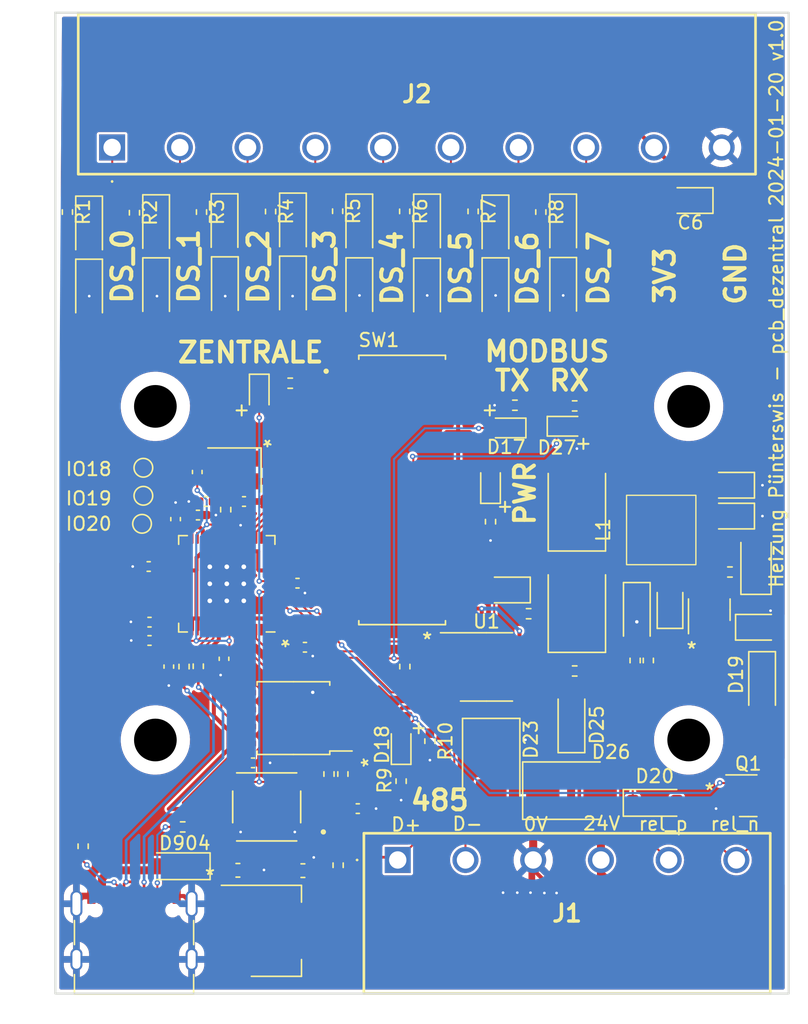
<source format=kicad_pcb>
(kicad_pcb (version 20221018) (generator pcbnew)
  (title_block (title "Heizung Pünterswis - pcb_dezentral") (date "2024-01-20") (rev "1.0") (company "www.positron.ch") (comment 1 "Released under MIT Open-source License"))
  (layers (0 "F.Cu" signal) (31 "B.Cu" signal) (34 "B.Paste" user) (35 "F.Paste" user) (36 "B.SilkS" user "B.Silkscreen") (37 "F.SilkS" user "F.Silkscreen") (38 "B.Mask" user) (39 "F.Mask" user) (44 "Edge.Cuts" user))
  (net 0 "")
  (net 1 "+5V")
  (net 2 "+1V1")
  (net 3 "485_D+")
  (net 4 "485_D-")
  (net 5 "/cpu/XIN")
  (net 6 "/cpu/USB_D+")
  (net 7 "/cpu/USB_D-")
  (net 8 "GND")
  (net 9 "/cpu/QSPI_SS")
  (net 10 "/cpu/XOUT")
  (net 11 "/cpu/QSPI_SD3")
  (net 12 "/cpu/QSPI_SCLK")
  (net 13 "/cpu/QSPI_SD0")
  (net 14 "/cpu/QSPI_SD2")
  (net 15 "/cpu/QSPI_SD1")
  (net 16 "+3V3")
  (net 17 "485_24V")
  (net 18 "MODBUS_RO")
  (net 19 "MODBUS_DE")
  (net 20 "MODBUS_DI")
  (net 21 "Net-(C910-Pad1)")
  (net 22 "Net-(D901-K)")
  (net 23 "Net-(J901-CC1)")
  (net 25 "Net-(J901-CC2)")
  (net 27 "Net-(U901-USB-DP)")
  (net 28 "Net-(U901-USB-DM)")
  (net 29 "button")
  (net 30 "Net-(D28-K)")
  (net 33 "Net-(D904-A)")
  (net 34 "rel_n")
  (net 35 "rel")
  (net 36 "modbus_addr_0")
  (net 37 "modbus_addr_1")
  (net 38 "modbus_addr_2")
  (net 39 "modbus_addr_3")
  (net 40 "modbus_addr_4")
  (net 41 "modbus_addr_5")
  (net 42 "modbus_addr_6")
  (net 43 "modbus_addr_7")
  (net 44 "ds_0")
  (net 45 "ds_1")
  (net 46 "ds_2")
  (net 47 "ds_3")
  (net 48 "ds_4")
  (net 49 "ds_5")
  (net 50 "ds_6")
  (net 51 "ds_7")
  (net 52 "24Vp")
  (net 53 "Net-(U2-BST)")
  (net 54 "Net-(D24-K)")
  (net 55 "Net-(D25-A)")
  (net 56 "Net-(D18-K)")
  (net 57 "Net-(U2-EN)")
  (net 58 "Net-(U2-FB)")
  (net 60 "Net-(U901-GPIO18)")
  (net 63 "Net-(U901-GPIO19)")
  (net 65 "Net-(U901-GPIO20)")
  (net 66 "Net-(D17-K)")
  (net 67 "Net-(D27-A)")
  (net 68 "Net-(C7-Pad1)")
  (net 69 "ZENTRALE_LED")
  (footprint "Diode_SMD:D_SMB" (layer "F.Cu") (at 112.7094 117.295)
    (fp_text reference "D26")
    (fp_text value "SMBJ30CA")
  )
  (footprint "Diode_SMD:D_SOD-123" (layer "F.Cu") (at 101.8769 74.9552 -90)
    (fp_text reference "D11" hide)
    (fp_text value "B5819W SL")
  )
  (footprint "Resistor_SMD:R_0402_1005Metric_Pad0.72x0.64mm_HandSolder" (layer "F.Cu") (at 106.6387 97.1409 90)
    (fp_text reference "R905" hide)
    (fp_text value "470R")
  )
  (footprint "Diode_SMD:D_SOD-123" (layer "F.Cu") (at 112.0877 74.9552 -90)
    (fp_text reference "D15" hide)
    (fp_text value "B5819W SL")
  )
  (footprint "Resistor_SMD:R_0402_1005Metric_Pad0.72x0.64mm_HandSolder" (layer "F.Cu") (at 112.95 88.466)
    (fp_text reference "R15" hide)
    (fp_text value "470R")
  )
  (footprint "Diode_SMD:D_SMB" (layer "F.Cu") (at 113.1158 95.6796 90)
    (fp_text reference "D21" hide)
    (fp_text value "SMBJ6.5CA")
  )
  (footprint "00_project_library:L_MODBUS" (layer "F.Cu") (at 119.542 97.7634 90)
    (fp_text reference "L1")
    (fp_text value "22uH")
  )
  (footprint "Resistor_SMD:R_0402_1005Metric_Pad0.72x0.64mm_HandSolder" (layer "F.Cu") (at 118.4752 107.5414 90)
    (fp_text reference "R13" hide)
    (fp_text value "10k")
  )
  (footprint "00_project_library:LED_0603_1608Metric" (layer "F.Cu") (at 106.6388 94.2827 90)
    (fp_text reference "D901" hide)
    (fp_text value "LED GREEN")
  )
  (footprint "Diode_SMD:D_1206_3216Metric" (layer "F.Cu") (at 126.5524 100.3024 90)
    (fp_text reference "C1" hide)
    (fp_text value "4u7 50V")
  )
  (footprint "Diode_SMD:D_0805_2012Metric" (layer "F.Cu") (at 126.7038 105.0522)
    (fp_text reference "C2" hide)
    (fp_text value "100n 50V")
  )
  (footprint "Diode_SMD:D_SOD-123" (layer "F.Cu") (at 81.5569 79.7304 -90)
    (fp_text reference "D4" hide)
    (fp_text value "B5819W SL")
  )
  (footprint "Diode_SMD:D_SOD-123" (layer "F.Cu") (at 76.5277 79.832 -90)
    (fp_text reference "D2" hide)
    (fp_text value "B5819W SL")
  )
  (footprint "Diode_SMD:D_SOD-123" (layer "F.Cu") (at 107.0077 75.0304 -90)
    (fp_text reference "D13" hide)
    (fp_text value "B5819W SL")
  )
  (footprint "Capacitor_SMD:C_0603_1608Metric" (layer "F.Cu") (at 87.6904 123.264)
    (fp_text reference "C901" hide)
    (fp_text value "10u")
  )
  (footprint "Capacitor_SMD:C_0402_1005Metric_Pad0.74x0.62mm_HandSolder" (layer "F.Cu") (at 82.5088 107.9986 -90)
    (fp_text reference "C904" hide)
    (fp_text value "100n")
  )
  (footprint "Diode_SMD:D_SOD-123" (layer "F.Cu") (at 127.0086 109.2432 -90)
    (fp_text reference "D19")
    (fp_text value "B5819W SL")
  )
  (footprint "Package_SO:SOIC-8_3.9x4.9mm_P1.27mm" (layer "F.Cu") (at 106.334 108.024)
    (fp_text reference "U1")
    (fp_text value "SP3485EN-L/TR")
  )
  (footprint "Resistor_SMD:R_0402_1005Metric_Pad0.72x0.64mm_HandSolder" (layer "F.Cu") (at 100.2005 73.8884 -90)
    (fp_text reference "R6")
    (fp_text value "4k7")
  )
  (footprint "Resistor_SMD:R_0402_1005Metric_Pad0.72x0.64mm_HandSolder" (layer "F.Cu") (at 95.2088 122.883 90)
    (fp_text reference "R18" hide)
    (fp_text value "10k")
  )
  (footprint "Diode_SMD:D_SOD-123" (layer "F.Cu") (at 76.5277 75.1076 -90)
    (fp_text reference "D1" hide)
    (fp_text value "B5819W SL")
  )
  (footprint "TestPoint:TestPoint_Pad_D1.0mm" (layer "F.Cu") (at 80.5 97.3)
    (fp_text reference "IO20")
    (fp_text value "TestPoint")
  )
  (footprint "00_project_library:LED_0603_1608Metric" (layer "F.Cu") (at 99.9332 113.8406 90)
    (fp_text reference "D18")
    (fp_text value "LED WHITE")
  )
  (footprint "Capacitor_SMD:C_0402_1005Metric_Pad0.74x0.62mm_HandSolder" (layer "F.Cu") (at 96.682 118.6412)
    (fp_text reference "C906" hide)
    (fp_text value "1u")
  )
  (footprint "00_project_library:dip_switch_SPST16" (layer "F.Cu") (at 100.0094 94.7652)
    (fp_text reference "SW1")
    (fp_text value "dip_switch_SPST16")
  )
  (footprint "Diode_SMD:D_0805_2012Metric" (layer "F.Cu") (at 120.1008 103.452 90)
    (fp_text reference "C3" hide)
    (fp_text value "100n 50V")
  )
  (footprint "TestPoint:TestPoint_Pad_D1.0mm" (layer "F.Cu") (at 80.6 95.2)
    (fp_text reference "IO19")
    (fp_text value "TestPoint")
  )
  (footprint "Diode_SMD:D_SOD-123" (layer "F.Cu") (at 81.5569 75.006 -90)
    (fp_text reference "D3" hide)
    (fp_text value "B5819W SL")
  )
  (footprint "Diode_SMD:D_SOD-123" (layer "F.Cu") (at 91.8185 74.879 -90)
    (fp_text reference "D7" hide)
    (fp_text value "B5819W SL")
  )
  (footprint "Capacitor_SMD:C_0402_1005Metric_Pad0.74x0.62mm_HandSolder" (layer "F.Cu") (at 81.061 106.0428 180)
    (fp_text reference "C914" hide)
    (fp_text value "100n")
  )
  (footprint "Resistor_SMD:R_0402_1005Metric_Pad0.72x0.64mm_HandSolder" (layer "F.Cu") (at 91.6141 86.7642 180)
    (fp_text reference "R20" hide)
    (fp_text value "470R")
  )
  (footprint "00_project_library:LED_0603_1608Metric" (layer "F.Cu") (at 107.8072 90.117 180)
    (fp_text reference "D17")
    (fp_text value "LED RED")
  )
  (footprint "Capacitor_SMD:C_0402_1005Metric_Pad0.74x0.62mm_HandSolder" (layer "F.Cu") (at 84.6424 93.419 90)
    (fp_text reference "C905" hide)
    (fp_text value "1u")
  )
  (footprint "00_project_library:din_rail_pcb_holder" (layer "F.Cu") (at 101.5 101)
    (fp_text reference "HOLDER1" hide)
    (fp_text value "~")
  )
  (footprint "Resistor_SMD:R_0402_1005Metric_Pad0.72x0.64mm_HandSolder" (layer "F.Cu") (at 108.4676 88.4152 180)
    (fp_text reference "R16" hide)
    (fp_text value "470R")
  )
  (footprint "00_project_library:weidmueller_SL5.08HC-10-90" (layer "F.Cu") (at 78.2549 69.0992 180)
    (fp_text reference "J2")
    (fp_text value "weidmueller_SL5.08HC-10-90" hide)
  )
  (footprint "00_project_library:SW_TS-1187A-B-A-B" (layer "F.Cu") (at 89.8494 118.5142 180)
    (fp_text reference "SW901" hide)
    (fp_text value "SW_MEC_5E")
  )
  (footprint "Capacitor_SMD:C_0402_1005Metric_Pad0.74x0.62mm_HandSolder" (layer "F.Cu") (at 84.6932 96.6448)
    (fp_text reference "C908" hide)
    (fp_text value "100n")
  )
  (footprint "Resistor_SMD:R_0402_1005Metric_Pad0.72x0.64mm_HandSolder" (layer "F.Cu") (at 124.5966 100.912 180)
    (fp_text reference "R11" hide)
    (fp_text value "100k")
  )
  (footprint "Diode_SMD:D_SOD-123" (layer "F.Cu") (at 101.8769 79.7568 -90)
    (fp_text reference "D12" hide)
    (fp_text value "B5819W SL")
  )
  (footprint "Resistor_SMD:R_0402_1005Metric_Pad0.72x0.64mm_HandSolder" (layer "F.Cu") (at 79.9313 73.99 -90)
    (fp_text reference "R2")
    (fp_text value "4k7")
  )
  (footprint "00_project_library:SOT-223-3_TabPin2" (layer "F.Cu") (at 90.55 127.8 180)
    (fp_text reference "U902" hide)
    (fp_text value "AMS1117-3.3")
  )
  (footprint "Diode_SMD:D_SOD-123" (layer "F.Cu") (at 86.6877 74.9298 -90)
    (fp_text reference "D5" hide)
    (fp_text value "B5819W SL")
  )
  (footprint "Capacitor_SMD:C_0402_1005Metric_Pad0.74x0.62mm_HandSolder" (layer "F.Cu") (at 86.649 107.4144 -90)
    (fp_text reference "C903" hide)
    (fp_text value "100n")
  )
  (footprint "00_project_library:USB_C_Receptacle_Palconn_UTC16-G" (layer "F.Cu") (at 79.9 127.7)
    (fp_text reference "J901" hide)
    (fp_text value "USB_C_Receptacle_USB2.0")
  )
  (footprint "Diode_SMD:D_SOD-123" (layer "F.Cu") (at 118.9568 118.2094)
    (fp_text reference "D20")
    (fp_text value "B5819W SL")
  )
  (footprint "Resistor_SMD:R_0402_1005Metric_Pad0.72x0.64mm_HandSolder" (layer "F.Cu") (at 76.0826 121.4606 90)
    (fp_text reference "R901" hide)
    (fp_text value "5.1K")
  )
  (footprint "Diode_SMD:D_SOD-123" (layer "F.Cu") (at 96.7969 79.7304 -90)
    (fp_text reference "D10" hide)
    (fp_text value "B5819W SL")
  )
  (footprint "Resistor_SMD:R_0402_1005Metric_Pad0.72x0.64mm_HandSolder" (layer "F.Cu") (at 117.4846 107.5414 90)
    (fp_text reference "R12" hide)
    (fp_text value "56k")
  )
  (footprint "Diode_SMD:D_SOD-123" (layer "F.Cu") (at 112.7094 112.088 90)
    (fp_text reference "D25")
    (fp_text value "B5819W SL")
  )
  (footprint "Resistor_SMD:R_0402_1005Metric_Pad0.72x0.64mm_HandSolder" (layer "F.Cu") (at 86.776 96.2384 90)
    (fp_text reference "R908" hide)
    (fp_text value "1k")
  )
  (footprint "Diode_SMD:D_0805_2012Metric" (layer "F.Cu") (at 124.749 96.722 180)
    (fp_text reference "C4" hide)
    (fp_text value "10u 25V")
  )
  (footprint "Resistor_SMD:R_0402_1005Metric_Pad0.72x0.64mm_HandSolder" (layer "F.Cu") (at 94.523 116.0504 90)
    (fp_text reference "R906" hide)
    (fp_text value "1K")
  )
  (footprint "00_project_library:weidmueller_SL5.08HC-06-90" (layer "F.Cu") (at 99.6792 122.4898)
    (fp_text reference "J1")
    (fp_text value "weidmueller_SL5.08HC-06-90" hide)
  )
  (footprint "Resistor_SMD:R_0402_1005Metric_Pad0.72x0.64mm_HandSolder" (layer "F.Cu") (at 95.1713 73.8763 -90)
    (fp_text reference "R5")
    (fp_text value "4k7")
  )
  (footprint "TestPoint:TestPoint_Pad_D1.0mm" (layer "F.Cu") (at 80.6 93.1)
    (fp_text reference "IO18")
    (fp_text value "TestPoint")
  )
  (footprint "Resistor_SMD:R_0402_1005Metric_Pad0.72x0.64mm_HandSolder" (layer "F.Cu") (at 84.7186 107.9732 90)
    (fp_text reference "R903" hide)
    (fp_text value "27R")
  )
  (footprint "Capacitor_SMD:C_0402_1005Metric_Pad0.74x0.62mm_HandSolder" (layer "F.Cu") (at 81 100.5 180)
    (fp_text reference "C915" hide)
    (fp_text value "100n")
  )
  (footprint "Capacitor_SMD:C_0402_1005Metric_Pad0.74x0.62mm_HandSolder" (layer "F.Cu") (at 83.0168 96.9496 90)
    (fp_text reference "C907" hide)
    (fp_text value "100n")
  )
  (footprint "00_project_library:Crystal_SMD_3225-4Pin_3.2x2.5mm" (layer "F.Cu") (at 87.4364 93.2666 180)
    (fp_text reference "Y901" hide)
    (fp_text value "Crystal_GND24_Small")
  )
  (footprint "Resistor_SMD:R_0402_1005Metric_Pad0.72x0.64mm_HandSolder" (layer "F.Cu") (at 90.1421 73.9005 -90)
    (fp_text reference "R4")
    (fp_text value "4k7")
  )
  (footprint "Resistor_SMD:R_0402_1005Metric_Pad0.72x0.64mm_HandSolder" (layer "F.Cu") (at 95.5644 116.0504 90)
    (fp_text reference "R907" hide)
    (fp_text value "10K")
  )
  (footprint "Diode_SMD:D_SMB" (layer "F.Cu") (at 106.6896 115.5424 -90)
    (fp_text reference "D23")
    (fp_text value "SMBJ6.5CA")
  )
  (footprint "Resistor_SMD:R_0402_1005Metric_Pad0.72x0.64mm_HandSolder" (layer "F.Cu") (at 112.9513 108.3288)
    (fp_text reference "R19" hide)
    (fp_text value "10k")
  )
  (footprint "Resistor_SMD:R_0402_1005Metric_Pad0.72x0.64mm_HandSolder" (layer "F.Cu") (at 84.9605 73.9392 -90)
    (fp_text reference "R3")
    (fp_text value "4k7")
  )
  (footprint "Capacitor_SMD:C_0402_1005Metric_Pad0.74x0.62mm_HandSolder" (layer "F.Cu") (at 81.061 104.6712 180)
    (fp_text reference "C913" hide)
    (fp_text value "100n")
  )
  (footprint "Resistor_SMD:R_0402_1005Metric_Pad0.72x0.64mm_HandSolder" (layer "F.Cu") (at 99.9332 116.5838 -90)
    (fp_text reference "R9")
    (fp_text value "470")
  )
  (footprint "Resistor_SMD:R_0402_1005Metric_Pad0.72x0.64mm_HandSolder" (layer "F.Cu") (at 109.4969 104.0362)
    (fp_text reference "R17" hide)
    (fp_text value "4k7")
  )
  (footprint "Resistor_SMD:R_0402_1005Metric_Pad0.72x0.64mm_HandSolder" (layer "F.Cu") (at 110.4113 73.9392 -90)
    (fp_text reference "R8")
    (fp_text value "4k7")
  )
  (footprint "Package_TO_SOT_SMD:SOT-23" (layer "F.Cu") (at 125.9682 117.676)
    (fp_text reference "Q1")
    (fp_text value "AO3400A")
  )
  (footprint "Resistor_SMD:R_0402_1005Metric_Pad0.72x0.64mm_HandSolder" (layer "F.Cu") (at 105.3313 73.8884 -90)
    (fp_text reference "R7")
    (fp_text value "4k7")
  )
  (footprint "Resistor_SMD:R_0402_1005Metric_Pad0.72x0.64mm_HandSolder" (layer "F.Cu") (at 83.6518 107.9986 90)
    (fp_text reference "R904" hide)
    (fp_text value "27R")
  )
  (footprint "Capacitor_SMD:C_0603_1608Metric" (layer "F.Cu") (at 92.5672 123.2894)
    (fp_text reference "C902" hide)
    (fp_text value "10u")
  )
  (footprint "Capacitor_SMD:C_0402_1005Metric" (layer "F.Cu") (at 88.1476 95.6288)
    (fp_text reference "C909" hide)
    (fp_text value "30p")
  )
  (footprint "Diode_SMD:D_0805_2012Metric" (layer "F.Cu") (at 107.9342 102.2582 180)
    (fp_text reference "C7" hide)
    (fp_text value "100n 50V")
  )
  (footprint "00_project_library:LED_0603_1608Metric" (layer "F.Cu") (at 89.2906 87.577 -90)
    (fp_text reference "D28" hide)
    (fp_text value "LED WHITE")
  )
  (footprint "Diode_SMD:D_SOD-123" (layer "F.Cu") (at 96.7969 74.9552 -90)
    (fp_text reference "D9" hide)
    (fp_text value "B5819W SL")
  )
  (footprint "Package_TO_SOT_SMD:SOT-23-6" (layer "F.Cu") (at 123.0472 103.7324 90)
    (fp_text reference "U2" hide)
    (fp_text value "AOZ1282CI")
  )
  (footprint "Diode_SMD:D_SMB" (layer "F.Cu") (at 113.1158 103.2742 90)
    (fp_text reference "D22" hide)
    (fp_text value "SMBJ6.5CA")
  )
  (footprint "Diode_SMD:D_SOD-123" (layer "F.Cu") (at 107.0077 79.7304 -90)
    (fp_text reference "D14" hide)
    (fp_text value "B5819W SL")
  )
  (footprint "Capacitor_SMD:C_0402_1005Metric" (layer "F.Cu") (at 85.3028 95.6288 180)
    (fp_text reference "C910" hide)
    (fp_text value "30p")
  )
  (footprint "Diode_SMD:D_SOD-123" (layer "F.Cu") (at 83.2454 122.9592 180)
    (fp_text reference "D904")
    (fp_text value "B5819W SL")
  )
  (footprint "Resistor_SMD:R_0402_1005Metric_Pad0.72x0.64mm_HandSolder" (layer "F.Cu") (at 102.0922 113.5866 -90)
    (fp_text reference "R10")
    (fp_text value "10k")
  )
  (footprint "Diode_SMD:D_0805_2012Metric" (layer "F.Cu") (at 121.6381 73.0756 180)
    (fp_text reference "C6")
    (fp_text value "100n 50V")
  )
  (footprint "Capacitor_SMD:C_0402_1005Metric_Pad0.74x0.62mm_HandSolder" (layer "F.Cu") (at 92.1608 101.7502)
    (fp_text reference "C911" hide)
    (fp_text value "100n")
  )
  (footprint "Diode_SMD:D_SOD-123" (layer "F.Cu") (at 117.6116 104.0626 -90)
    (fp_text reference "D24" hide)
    (fp_text value "B5819W SL")
  )
  (footprint "Resistor_SMD:R_0402_1005Metric_Pad0.72x0.64mm_HandSolder" (layer "F.Cu") (at 100.2126 107.9986 -90)
    (fp_text reference "R14" hide)
    (fp_text value "4k7")
  )
  (footprint "00_project_library:SOIC-8_5.23x5.23mm_P1.27mm" (layer "F.Cu") (at 91.856 111.8594 90)
    (fp_text reference "U903" hide)
    (fp_text value "W25Q128JVS")
  )
  (footprint "Diode_SMD:D_SOD-123" (layer "F.Cu") (at 112.0877 79.704 -90)
    (fp_text reference "D16" hide)
    (fp_text value "B5819W SL")
  )
  (footprint "Capacitor_SMD:C_0402_1005Metric_Pad0.74x0.62mm_HandSolder" (layer "F.Cu") (at 88.8247 115.2122)
    (fp_text reference "C912" hide)
    (fp_text value "100n")
  )
  (footprint "Capacitor_SMD:C_0402_1005Metric_Pad0.74x0.62mm_HandSolder" (layer "F.Cu") (at 92.7196 106.5508)
    (fp_text reference "C916" hide)
    (fp_text value "100n")
  )
  (footprint "Resistor_SMD:R_0402_1005Metric_Pad0.72x0.64mm_HandSolder" (layer "F.Cu") (at 74.9021 73.9392 -90)
    (fp_text reference "R1")
    (fp_text value "4k7")
  )
  (footprint "Resistor_SMD:R_0402_1005Metric_Pad0.72x0.64mm_HandSolder" (layer "F.Cu") (at 83.5502 120.0128)
    (fp_text reference "R902" hide)
    (fp_text value "5.1K")
  )
  (footprint "Diode_SMD:D_SOD-123" (layer "F.Cu") (at 91.8185 79.6044 -90)
    (fp_text reference "D8" hide)
    (fp_text value "B5819W SL")
  )
  (footprint "00_project_library:LED_0603_1608Metric" (layer "F.Cu") (at 112.3791 89.99)
    (fp_text reference "D27")
    (fp_text value "LED BLUE")
  )
  (footprint "Diode_SMD:D_SOD-123" (layer "F.Cu") (at 86.7131 79.6542 -90)
    (fp_text reference "D6" hide)
    (fp_text value "B5819W SL")
  )
  (footprint "00_project_library:RP2040-QFN-56" (layer "F.Cu") (at 86.8572 101.796 180)
    (fp_text reference "U901" hide)
    (fp_text value "RP2040")
  )
  (footprint "Diode_SMD:D_0805_2012Metric" (layer "F.Cu") (at 124.749 94.4106 180)
    (fp_text reference "C5" hide)
    (fp_text value "100n 50V")
  )
  (gr_rect locked (start 74 59) (end 129 132.5) (stroke (width 0.15)) (fill none) (layer "Edge.Cuts"))
  (gr_text "GND" (at 125.892 81.0492 90) (layer "F.SilkS") (effects (font (size 1.5 1.5) (thickness 0.3) bold) (justify left bottom)))
  (gr_text "24V" (at 113.4968 120.343) (layer "F.SilkS") (effects (font (size 1 1)) (justify left bottom)))
  (gr_text "DS_6" (at 110.2964 81.1254 90) (layer "F.SilkS") (effects (font (size 1.5 1.5) (thickness 0.3) bold) (justify left bottom)))
  (gr_text "D+" (at 99.095 120.4192) (layer "F.SilkS") (effects (font (size 1 1)) (justify left bottom)))
  (gr_text "*" (at 121.2438 107.2874) (layer "F.SilkS") (effects (font (size 1 1)) (justify left bottom)))
  (gr_text "PWR" (at 110.0932 97.5592 90) (layer "F.SilkS") (effects (font (size 1.5 1.5) (thickness 0.3) bold) (justify left bottom)))
  (gr_text "DS_1" (at 84.8964 80.9476 90) (layer "F.SilkS") (effects (font (size 1.5 1.5) (thickness 0.3) bold) (justify left bottom)))
  (gr_text "3V3" (at 120.5834 80.973 90) (layer "F.SilkS") (effects (font (size 1.5 1.5) (thickness 0.3) bold) (justify left bottom)))
  (gr_text "*" (at 122.59 117.8792) (layer "F.SilkS") (effects (font (size 1 1)) (justify left bottom)))
  (gr_text "rel_p" (at 117.6624 120.3684) (layer "F.SilkS") (effects (font (size 1 1)) (justify left bottom)))
  (gr_text "DS_2" (at 90.1034 80.973 90) (layer "F.SilkS") (effects (font (size 1.5 1.5) (thickness 0.3) bold) (justify left bottom)))
  (gr_text "0V" (at 109.0264 120.3938) (layer "F.SilkS") (effects (font (size 1 1)) (justify left bottom)))
  (gr_text "MODBUS" (at 106.0292 85.2656) (layer "F.SilkS") (effects (font (size 1.5 1.5) (thickness 0.3) bold) (justify left bottom)))
  (gr_text "${TITLE} ${ISSUE_DATE} v${REVISION}" (at 128.6606 102.182 90) (layer "F.SilkS") (effects (font (size 1 1)) (justify left bottom)))
  (gr_text "DS_3" (at 95.0818 80.973 90) (layer "F.SilkS") (effects (font (size 1.5 1.5) (thickness 0.3) bold) (justify left bottom)))
  (gr_text locked "DS_0" (at 79.8926 80.9476 90) (layer "F.SilkS") (effects (font (size 1.5 1.5) (thickness 0.3) bold) (justify left bottom)))
  (gr_text "DS_4" (at 100.1364 81.0746 90) (layer "F.SilkS") (effects (font (size 1.5 1.5) (thickness 0.3) bold) (justify left bottom)))
  (gr_text "*" (at 101.4064 106.5762) (layer "F.SilkS") (effects (font (size 1 1)) (justify left bottom)))
  (gr_text "D-" (at 103.6924 120.3684) (layer "F.SilkS") (effects (font (size 1 1)) (justify left bottom)))
  (gr_text "RX" (at 110.8806 87.45) (layer "F.SilkS") (effects (font (size 1.5 1.5) (thickness 0.3) bold) (justify left bottom)))
  (gr_text "rel_n" (at 123.0472 120.3684) (layer "F.SilkS") (effects (font (size 1 1)) (justify left bottom)))
  (gr_text "DS_5" (at 105.2672 81.1 90) (layer "F.SilkS") (effects (font (size 1.5 1.5) (thickness 0.3) bold) (justify left bottom)))
  (gr_text "ZENTRALE" (at 83.0168 85.3418) (layer "F.SilkS") (effects (font (size 1.5 1.5) (thickness 0.3) bold) (justify left bottom)))
  (gr_text "TX" (at 106.7912 87.45) (layer "F.SilkS") (effects (font (size 1.5 1.5) (thickness 0.3) bold) (justify left bottom)))
  (gr_text "DS_7" (at 115.605 81.1 90) (layer "F.SilkS") (effects (font (size 1.5 1.5) (thickness 0.3) bold) (justify left bottom)))
  (gr_text "485" (at 100.492 118.8952) (layer "F.SilkS") (effects (font (size 1.5 1.5) (thickness 0.3) bold) (justify left bottom)))
  (segment (start 90.4844 130.0966) (end 87.4034 130.0966) (width 0.6) (layer "F.Cu") (net 1))
  (segment (start 91.0178 130.63) (end 90.4844 130.0966) (width 0.6) (layer "F.Cu") (net 1))
  (segment (start 87.4 130.1) (end 86.5 130.1) (width 0.6) (layer "F.Cu") (net 1))
  (segment (start 85.506 123.6958) (end 85.9378 123.264) (width 0.6) (layer "F.Cu") (net 1))
  (segment (start 95.5777 123.4805) (end 96.3518 124.2546) (width 0.6) (layer "F.Cu") (net 1))
  (segment (start 85.9378 123.264) (end 85.2002 123.264) (width 0.6) (layer "F.Cu") (net 1))
  (segment (start 112.684 113.7634) (end 112.684 129.741) (width 0.6) (layer "F.Cu") (net 1))
  (segment (start 85.506 129.106) (end 85.506 123.6958) (width 0.6) (layer "F.Cu") (net 1))
  (segment (start 96.3518 130.63) (end 91.0178 130.63) (width 0.6) (layer "F.Cu") (net 1))
  (segment (start 96.3518 124.2546) (end 96.3518 130.63) (width 0.6) (layer "F.Cu") (net 1))
  (segment (start 85.9378 123.264) (end 86.9154 123.264) (width 0.6) (layer "F.Cu") (net 1))
  (segment (start 111.795 130.63) (end 96.3518 130.63) (width 0.6) (layer "F.Cu") (net 1))
  (segment (start 86.5 130.1) (end 85.506 129.106) (width 0.6) (layer "F.Cu") (net 1))
  (segment (start 95.2088 123.4805) (end 95.5777 123.4805) (width 0.6) (layer "F.Cu") (net 1))
  (segment (start 85.2002 123.264) (end 84.8954 122.9592) (width 0.6) (layer "F.Cu") (net 1))
  (segment (start 112.684 129.741) (end 111.795 130.63) (width 0.6) (layer "F.Cu") (net 1))
  (segment (start 83.1184 106.0682) (end 84.5662 106.0682) (width 0.15) (layer "F.Cu") (net 2))
  (segment (start 85.0572 105.660522) (end 85.0572 105.2335) (width 0.15) (layer "F.Cu") (net 2))
  (segment (start 87.0572 105.2335) (end 87.0572 106.041) (width 0.15) (layer "F.Cu") (net 2))
  (segment (start 84.6424 93.9865) (end 84.6424 94.7906) (width 0.15) (layer "F.Cu") (net 2))
  (segment (start 82.5088 107.4311) (end 82.5088 106.6778) (width 0.15) (layer "F.Cu") (net 2))
  (segment (start 86.2572 97.904) (end 86.2572 98.3585) (width 0.15) (layer "F.Cu") (net 2))
  (segment (start 84.624122 106.0936) (end 85.0572 105.660522) (width 0.15) (layer "F.Cu") (net 2))
  (segment (start 84.5916 106.0936) (end 84.5662 106.0682) (width 0.15) (layer "F.Cu") (net 2))
  (segment (start 84.624122 106.0936) (end 84.5916 106.0936) (width 0.15) (layer "F.Cu") (net 2))
  (segment (start 87.03 106.0682) (end 87.0572 106.0954) (width 0.15) (layer "F.Cu") (net 2))
  (segment (start 87.0572 106.0954) (end 87.0572 106.4387) (width 0.15) (layer "F.Cu") (net 2))
  (segment (start 85.7092 97.356) (end 86.2572 97.904) (width 0.15) (layer "F.Cu") (net 2))
  (segment (start 87.0572 106.4387) (end 86.649 106.8469) (width 0.15) (layer "F.Cu") (net 2))
  (segment (start 85.3536 97.356) (end 85.7092 97.356) (width 0.15) (layer "F.Cu") (net 2))
  (segment (start 82.5088 106.6778) (end 83.1184 106.0682) (width 0.15) (layer "F.Cu") (net 2))
  (segment (start 87.0572 106.041) (end 87.03 106.0682) (width 0.15) (layer "F.Cu") (net 2))
  (via (at 87.03 106.0682) (size 0.4) (drill 0.2) (layers "F.Cu" "B.Cu") (net 2))
  (via (at 85.3536 97.356) (size 0.4) (drill 0.2) (layers "F.Cu" "B.Cu") (net 2))
  (via (at 84.5662 106.0682) (size 0.4) (drill 0.2) (layers "F.Cu" "B.Cu") (net 2))
  (via (at 84.6424 94.7906) (size 0.4) (drill 0.2) (layers "F.Cu" "B.Cu") (net 2))
  (segment (start 85.3536 97.356) (end 84.5662 98.1434) (width 0.15) (layer "B.Cu") (net 2))
  (segment (start 84.5662 106.0682) (end 87.03 106.0682) (width 0.15) (layer "B.Cu") (net 2))
  (segment (start 85.3536 95.5018) (end 85.3536 97.356) (width 0.15) (layer "B.Cu") (net 2))
  (segment (start 84.6424 94.7906) (end 85.3536 95.5018) (width 0.15) (layer "B.Cu") (net 2))
  (segment (start 84.5662 98.1434) (end 84.5662 106.0682) (width 0.15) (layer "B.Cu") (net 2))
  (segment (start 113.1158 97.8296) (end 113.1158 101.1242) (width 0.15) (layer "F.Cu") (net 3))
  (segment (start 103.921 113.2056) (end 106.9182 110.2084) (width 0.15) (layer "F.Cu") (net 3))
  (segment (start 95.2088 122.2855) (end 99.4749 122.2855) (width 0.2) (layer "F.Cu") (net 3))
  (segment (start 106.9182 110.2084) (end 106.9182 108.659) (width 0.15) (layer "F.Cu") (net 3))
  (segment (start 106.9182 108.659) (end 106.9182 101.5216) (width 0.15) (layer "F.Cu") (net 3))
  (segment (start 108.809 108.659) (end 106.9182 108.659) (width 0.15) (layer "F.Cu") (net 3))
  (segment (start 107.3156 101.1242) (end 113.1158 101.1242) (width 0.15) (layer "F.Cu") (net 3))
  (segment (start 99.6792 122.4898) (end 103.921 118.248) (width 0.15) (layer "F.Cu") (net 3))
  (segment (start 103.921 118.248) (end 103.921 113.2056) (width 0.15) (layer "F.Cu") (net 3))
  (segment (start 106.9182 101.5216) (end 107.3156 101.1242) (width 0.15) (layer "F.Cu") (net 3))
  (segment (start 111.151 107.389) (end 111.151 105.0928) (width 0.15) (layer "F.Cu") (net 4))
  (segment (start 111.1674 105.4242) (end 113.1158 105.4242) (width 0.15) (layer "F.Cu") (net 4))
  (segment (start 111.151 113.1384) (end 111.151 108.278) (width 0.15) (layer "F.Cu") (net 4))
  (segment (start 108.809 107.389) (end 111.151 107.389) (width 0.15) (layer "F.Cu") (net 4))
  (segment (start 111.2018 108.3288) (end 111.151 108.278) (width 0.2) (layer "F.Cu") (net 4))
  (segment (start 112.3538 108.3288) (end 111.2018 108.3288) (width 0.2) (layer "F.Cu") (net 4))
  (segment (start 104.7592 122.4898) (end 104.7592 119.5302) (width 0.15) (layer "F.Cu") (net 4))
  (segment (start 110.0944 104.0362) (end 111.151 105.0928) (width 0.15) (layer "F.Cu") (net 4))
  (segment (start 104.7592 119.5302) (end 111.151 113.1384) (width 0.15) (layer "F.Cu") (net 4))
  (segment (start 111.151 108.278) (end 111.151 107.389) (width 0.15) (layer "F.Cu") (net 4))
  (segment (start 88.3118 92.4166) (end 87.4364 93.292) (width 0.15) (layer "F.Cu") (net 5))
  (segment (start 87.4364 93.292) (end 87.4364 98.3377) (width 0.15) (layer "F.Cu") (net 5))
  (segment (start 79.8164 126.3628) (end 80.4768 126.3628) (width 0.2) (layer "F.Cu") (net 6))
  (segment (start 80.65 126.1896) (end 80.65 125.19) (width 0.2) (layer "F.Cu") (net 6))
  (segment (start 84.7186 108.5707) (end 84.7186 109.5226) (width 0.2) (layer "F.Cu") (net 6))
  (segment (start 80.65 125.19) (end 80.65 124.1576) (width 0.2) (layer "F.Cu") (net 6))
  (segment (start 79.65 125.19) (end 79.65 126.1964) (width 0.2) (layer "F.Cu") (net 6))
  (segment (start 84.7186 109.5226) (end 84.744 109.548) (width 0.2) (layer "F.Cu") (net 6))
  (segment (start 80.4768 126.3628) (end 80.65 126.1896) (width 0.2) (layer "F.Cu") (net 6))
  (segment (start 79.65 126.1964) (end 79.8164 126.3628) (width 0.2) (layer "F.Cu") (net 6))
  (segment (start 80.65 124.1576) (end 80.6546 124.153) (width 0.2) (layer "F.Cu") (net 6))
  (via (at 80.6546 124.153) (size 0.4) (drill 0.2) (layers "F.Cu" "B.Cu") (net 6))
  (via (at 84.744 109.548) (size 0.4) (drill 0.2) (layers "F.Cu" "B.Cu") (net 6))
  (segment (start 86.5728 111.3768) (end 86.5728 114.8312) (width 0.2) (layer "B.Cu") (net 6))
  (segment (start 86.5728 114.8312) (end 80.6546 120.7494) (width 0.2) (layer "B.Cu") (net 6))
  (segment (start 80.6546 120.7494) (end 80.6546 124.153) (width 0.2) (layer "B.Cu") (net 6))
  (segment (start 84.744 109.548) (end 86.5728 111.3768) (width 0.2) (layer "B.Cu") (net 6))
  (segment (start 79.3084 124.1276) (end 79.9688 124.1276) (width 0.2) (layer "F.Cu") (net 7))
  (segment (start 83.6518 109.5734) (end 83.8804 109.802) (width 0.2) (layer "F.Cu") (net 7))
  (segment (start 79.15 124.286) (end 79.3084 124.1276) (width 0.2) (layer "F.Cu") (net 7))
  (segment (start 79.15 125.19) (end 79.15 124.286) (width 0.2) (layer "F.Cu") (net 7))
  (segment (start 79.9688 124.1276) (end 80.15 124.3088) (width 0.2) (layer "F.Cu") (net 7))
  (segment (start 80.15 124.3088) (end 80.15 125.19) (width 0.2) (layer "F.Cu") (net 7))
  (segment (start 83.6518 108.5961) (end 83.6518 109.5734) (width 0.2) (layer "F.Cu") (net 7))
  (via (at 83.8804 109.802) (size 0.4) (drill 0.2) (layers "F.Cu" "B.Cu") (net 7))
  (via (at 79.3084 124.1276) (size 0.4) (drill 0.2) (layers "F.Cu" "B.Cu") (net 7))
  (segment (start 79.3084 121.0288) (end 79.3084 124.1276) (width 0.2) (layer "B.Cu") (net 7))
  (segment (start 85.8616 114.4756) (end 79.3084 121.0288) (width 0.2) (layer "B.Cu") (net 7))
  (segment (start 83.8804 109.802) (end 85.8616 111.7832) (width 0.2) (layer "B.Cu") (net 7))
  (segment (start 85.8616 111.7832) (end 85.8616 114.4756) (width 0.2) (layer "B.Cu") (net 7))
  (segment (start 84.22 127.836) (end 75.58 127.836) (width 0.3) (layer "F.Cu") (net 8))
  (segment (start 76.5398 81.4048) (end 76.5398 80.2384) (width 0.3) (layer "F.Cu") (net 8))
  (segment (start 91.8185 80.2638) (end 91.7931 80.2384) (width 0.3) (layer "F.Cu") (net 8))
  (segment (start 127.035 98.4198) (end 127.035 96.723) (width 0.3) (layer "F.Cu") (net 8))
  (segment (start 96.809 81.354) (end 96.809 80.1876) (width 0.3) (layer "F.Cu") (net 8))
  (segment (start 83.1 125.19) (end 83.64 125.19) (width 0.3) (layer "F.Cu") (net 8))
  (segment (start 101.889 81.354) (end 101.889 80.1876) (width 0.3) (layer "F.Cu") (net 8))
  (segment (start 84.1477 120.0128) (end 86.473 120.0128) (width 0.3) (layer "F.Cu") (net 8))
  (segment (start 91.8185 81.2544) (end 91.8185 80.2638) (width 0.3) (layer "F.Cu") (net 8))
  (segment (start 117.6116 105.7126) (end 117.6116 104.6458) (width 0.3) (layer "F.Cu") (net 8))
  (segment (start 83.0168 96.3821) (end 83.0168 95.705) (width 0.3) (layer "F.Cu") (net 8))
  (segment (start 99.9332 117.1813) (end 99.9332 118.0062) (width 0.3) (layer "F.Cu") (net 8))
  (segment (start 87.8572 97.4432) (end 87.8936 97.4068) (width 0.3) (layer "F.Cu") (net 8))
  (segment (start 113.1158 93.5296) (end 113.1158 91.6664) (width 0.3) (layer "F.Cu") (net 8))
  (segment (start 93.3422 122.3366) (end 93.3422 123.2894) (width 0.3) (layer "F.Cu") (net 8))
  (segment (start 127.035 94.4096) (end 127.034 94.4106) (width 0.3) (layer "F.Cu") (net 8))
  (segment (start 95.456 109.9544) (end 93.3292 109.9544) (width 0.3) (layer "F.Cu") (net 8))
  (segment (start 92.7283 102.4781) (end 92.7196 102.4868) (width 0.3) (layer "F.Cu") (net 8))
  (segment (start 75.58 129.94) (end 84.22 129.94) (width 0.3) (layer "F.Cu") (net 8))
  (segment (start 84.8228 95.6288) (end 84.0074 95.6288) (width 0.3) (layer "F.Cu") (net 8))
  (segment (start 79.6894 104.6712) (end 79.664 104.6458) (width 0.3) (layer "F.Cu") (net 8))
  (segment (start 93.38 122.2988) (end 93.3422 122.3366) (width 0.3) (layer "F.Cu") (net 8))
  (segment (start 109.8392 122.4898) (end 109.8392 117.835) (width 0.6) (layer "F.Cu") (net 8))
  (segment (start 87.889 120.3892) (end 87.8936 120.3938) (width 0.3) (layer "F.Cu") (net 8))
  (segment (start 76.16 125.19) (end 75.58 125.77) (width 0.3) (layer "F.Cu") (net 8))
  (segment (start 75.58 129.94) (end 75.58 127.6128) (width 0.3) (layer "F.Cu") (net 8))
  (segment (start 109.636 124.9404) (end 109.636 122.693) (width 0.3) (layer "F.Cu") (net 8))
  (segment (start 112.0877 81.354) (end 112.0877 80.1876) (width 0.3) (layer "F.Cu") (net 8))
  (segment (start 126.5524 98.9024) (end 127.035 98.4198) (width 0.3) (layer "F.Cu") (net 8))
  (segment (start 107.5786 124.7504) (end 109.8392 122.4898) (width 0.3) (layer "F.Cu") (net 8))
  (segment (start 76.7 125.19) (end 76.16 125.19) (width 0.3) (layer "F.Cu") (net 8))
  (segment (start 92.7283 101.7502) (end 92.7283 102.4781) (width 0.3) (layer "F.Cu") (net 8))
  (segment (start 80.4935 104.6712) (end 79.6894 104.6712) (width 0.3) (layer "F.Cu") (net 8))
  (segment (start 82.5088 108.5661) (end 82.5088 109.421) (width 0.3) (layer "F.Cu") (net 8))
  (segment (start 86.649 108.3796) (end 86.395 108.6336) (width 0.3) (layer "F.Cu") (net 8))
  (segment (start 125.6865 96.722) (end 127.034 96.722) (width 0.3) (layer "F.Cu") (net 8))
  (segment (start 86.8494 120.3892) (end 87.889 120.3892) (width 0.3) (layer "F.Cu") (net 8))
  (segment (start 109.8392 124.1276) (end 109.8392 122.4898) (width 0.3) (layer "F.Cu") (net 8))
  (segment (start 85.2607 96.6448) (end 86.0394 96.6448) (width 0.3) (layer "F.Cu") (net 8))
  (segment (start 92.8494 120.3892) (end 91.9622 120.3892) (width 0.3) (layer "F.Cu") (net 8))
  (segment (start 84.22 125.77) (end 84.22 127.836) (width 0.3) (layer "F.Cu") (net 8))
  (segment (start 80.4325 100.5) (end 79.8 100.5) (width 0.3) (layer "F.Cu") (net 8))
  (segment (start 108.6454 123.6836) (end 109.8392 122.4898) (width 0.3) (layer "F.Cu") (net 8))
  (segment (start 107.8701 88.4152) (end 106.9436 88.4152) (width 0.3) (layer "F.Cu") (net 8))
  (segment (start 111.5918 124.9658) (end 109.8392 123.2132) (width 0.3) (layer "F.Cu") (net 8))
  (segment (start 125.6865 94.4106) (end 127.034 94.4106) (width 0.3) (layer "F.Cu") (net 8))
  (segment (start 123.5704 118.626) (end 123.5552 118.6412) (width 0.3) (layer "F.Cu") (net 8))
  (segment (start 127.6446 103.8076) (end 127.6413 103.8109) (width 0.3) (layer "F.Cu") (net 8))
  (segment (start 122.5756 70.4985) (end 122.5756 73.0756) (width 0.3) (layer "F.Cu") (net 8))
  (segment (start 86.649 107.9819) (end 86.649 108.3796) (width 0.3) (layer "F.Cu") (net 8))
  (segment (start 127.035 96.723) (end 127.034 96.722) (width 0.3) (layer "F.Cu") (net 8))
  (segment (start 127.034 94.4106) (end 127.034 96.722) (width 0.3) (layer "F.Cu") (net 8))
  (segment (start 108.6454 124.9404) (end 108.6454 123.6836) (width 0.3) (layer "F.Cu") (net 8))
  (segment (start 83.64 125.19) (end 84.22 125.77) (width 0.3) (layer "F.Cu") (net 8))
  (segment (start 106.6387 97.7384) (end 106.6387 98.5512) (width 0.3) (layer "F.Cu") (net 8))
  (segment (start 125.0307 118.626) (end 123.5704 118.626) (width 0.3) (layer "F.Cu") (net 8))
  (segment (start 102.0922 114.1841) (end 102.0922 115.009) (width 0.3) (layer "F.Cu") (net 8))
  (segment (start 89.6462 123.2386) (end 88.4908 123.2386) (width 0.3) (layer "F.Cu") (net 8))
  (segment (start 84.22 129.94) (end 84.22 125.77) (width 0.3) (layer "F.Cu") (net 8))
  (segment (start 97.2495 118.6412) (end 98.0536 118.6412) (width 0.3) (layer "F.Cu") (net 8))
  (segment (start 86.7131 80.2638) (end 86.7385 80.2384) (width 0.3) (layer "F.Cu") (net 8))
  (segment (start 93.3038 107.2112) (end 93.3038 106.5675) (width 0.3) (layer "F.Cu") (net 8))
  (segment (start 106.8166 113.485) (end 109.255 113.485) (width 0.3) (layer "F.Cu") (net 8))
  (segment (start 110.6774 124.9658) (end 109.8392 124.1276) (width 0.3) (layer "F.Cu") (net 8))
  (segment (start 86.7131 81.3042) (end 86.7131 80.2638) (width 0.3) (layer "F.Cu") (net 8))
  (segment (start 127.6413 105.0522) (end 127.6413 103.8109) (width 0.3) (layer "F.Cu") (net 8))
  (segment (start 86.473 120.0128) (end 86.8494 120.3892) (width 0.3) (layer "F.Cu") (net 8))
  (segment (start 91.9622 120.3892) (end 91.9576 120.3938) (width 0.3) (layer "F.Cu") (net 8))
  (segment (start 87.8572 98.3585) (end 87.8572 97.4432) (width 0.3) (layer "F.Cu") (net 8))
  (segment (start 127.035 96.721) (end 127.034 96.722) (width 0.3) (layer "F.Cu") (net 8))
  (segment (start 80.4935 106.0428) (end 79.6894 106.0428) (width 0.3) (layer "F.Cu") (net 8))
  (segment (start 107.0198 81.354) (end 107.0198 80.1876) (width 0.3) (layer "F.Cu") (net 8))
  (segment (start 123.9749 69.0992) (end 122.5756 70.4985) (width 0.3) (layer "F.Cu") (net 8))
  (segment (start 107.5786 124.9404) (end 107.5786 124.7504) (width 0.3) (layer "F.Cu") (net 8))
  (segment (start 81.6198 81.4048) (end 81.6198 80.2384) (width 0.3) (layer "F.Cu") (net 8))
  (segment (start 93.3292 109.9544) (end 93.3038 109.929) (width 0.3) (layer "F.Cu") (net 8))
  (segment (start 89.3922 115.2122) (end 90.1034 115.2122) (width 0.3) (layer "F.Cu") (net 8))
  (segment (start 75.58 127.836) (end 75.58 127.6128) (width 0.3) (layer "F.Cu") (net 8))
  (segment (start 75.58 127.6128) (end 75.58 125.77) (width 0.3) (layer "F.Cu") (net 8))
  (via (at 123.5552 118.6412) (size 0.4) (drill 0.2) (layers "F.Cu" "B.Cu") (net 8))
  (via (at 102.0922 115.009) (size 0.4) (drill 0.2) (layers "F.Cu" "B.Cu") (net 8))
  (via (at 109.255 113.485) (size 0.4) (drill 0.2) (layers "F.Cu" "B.Cu") (net 8))
  (via (at 107.0198 80.1876) (size 0.4) (drill 0.2) (layers "F.Cu" "B.Cu") (net 8))
  (via (at 87.8936 120.3938) (size 0.4) (drill 0.2) (layers "F.Cu" "B.Cu") (net 8))
  (via (at 86.7385 80.2384) (size 0.4) (drill 0.2) (layers "F.Cu" "B.Cu") (net 8))
  (via (at 107.5786 124.9404) (size 0.4) (drill 0.2) (layers "F.Cu" "B.Cu") (net 8))
  (via (at 79.6894 106.0428) (size 0.4) (drill 0.2) (layers "F.Cu" "B.Cu") (net 8))
  (via (at 109.636 124.9404) (size 0.4) (drill 0.2) (layers "F.Cu" "B.Cu") (net 8))
  (via (at 117.6116 104.6458) (size 0.508) (drill 0.254) (layers "F.Cu" "B.Cu") (net 8))
  (via (at 91.7931 80.2384) (size 0.4) (drill 0.2) (layers "F.Cu" "B.Cu") (net 8))
  (via (at 79.664 104.6458) (size 0.4) (drill 0.2) (layers "F.Cu" "B.Cu") (net 8))
  (via (at 93.3038 109.929) (size 0.508) (drill 0.254) (layers "F.Cu" "B.Cu") (net 8))
  (via (at 110.6774 124.9658) (size 0.4) (drill 0.2) (layers "F.Cu" "B.Cu") (net 8))
  (via (at 84.0074 95.6288) (size 0.4) (drill 0.2) (layers "F.Cu" "B.Cu") (net 8))
  (via (at 91.9576 120.3938) (size 0.4) (drill 0.2) (layers "F.Cu" "B.Cu") (net 8))
  (via (at 127.6413 103.8109) (size 0.4) (drill 0.2) (layers "F.Cu" "B.Cu") (net 8))
  (via (at 83.0168 95.705) (size 0.4) (drill 0.2) (layers "F.Cu" "B.Cu") (net 8))
  (via (at 106.6387 98.5512) (size 0.4) (drill 0.2) (layers "F.Cu" "B.Cu") (net 8))
  (via (at 106.9436 88.4152) (size 0.4) (drill 0.2) (layers "F.Cu" "B.Cu") (net 8))
  (via (at 81.6198 80.2384) (size 0.4) (drill 0.2) (layers "F.Cu" "B.Cu") (net 8))
  (via (at 111.5918 124.9658) (size 0.4) (drill 0.2) (layers "F.Cu" "B.Cu") (net 8))
  (via (at 127.035 94.4096) (size 0.4) (drill 0.2) (layers "F.Cu" "B.Cu") (net 8))
  (via (at 101.889 80.1876) (size 0.4) (drill 0.2) (layers "F.Cu" "B.Cu") (net 8))
  (via (at 127.034 96.722) (size 0.4) (drill 0.2) (layers "F.Cu" "B.Cu") (net 8))
  (via (at 82.5088 109.421) (size 0.4) (drill 0.2) (layers "F.Cu" "B.Cu") (net 8))
  (via (at 108.6454 124.9404) (size 0.4) (drill 0.2) (layers "F.Cu" "B.Cu") (net 8))
  (via (at 87.8936 97.4068) (size 0.4) (drill 0.2) (layers "F.Cu" "B.Cu") (net 8))
  (via (at 79.8 100.5) (size 0.4) (drill 0.2) (layers "F.Cu" "B.Cu") (net 8))
  (via (at 76.5398 80.2384) (size 0.4) (drill 0.2) (layers "F.Cu" "B.Cu") (net 8))
  (via (at 86.0394 96.6448) (size 0.4) (drill 0.2) (layers "F.Cu" "B.Cu") (net 8))
  (via (at 93.38 122.2988) (size 0.4) (drill 0.2) (layers "F.Cu" "B.Cu") (net 8))
  (via (at 96.809 80.1876) (size 0.4) (drill 0.2) (layers "F.Cu" "B.Cu") (net 8))
  (via (at 90.1034 115.2122) (size 0.4) (drill 0.2) (layers "F.Cu" "B.Cu") (net 8))
  (via (at 86.395 108.6336) (size 0.4) (drill 0.2) (layers "F.Cu" "B.Cu") (net 8))
  (via (at 99.9332 118.0062) (size 0.4) (drill 0.2) (layers "F.Cu" "B.Cu") (net 8))
  (via (at 112.0877 80.1876) (size 0.4) (drill 0.2) (layers "F.Cu" "B.Cu") (net 8))
  (via (at 89.6462 123.2386) (size 0.4) (drill 0.2) (layers "F.Cu" "B.Cu") (net 8))
  (via (at 93.3038 107.2112) (size 0.4) (drill 0.2) (layers "F.Cu" "B.Cu") (net 8))
  (via (at 92.7196 102.4868) (size 0.4) (drill 0.2) (layers "F.Cu" "B.Cu") (net 8))
  (via (at 113.1158 91.6664) (size 0.4) (drill 0.2) (layers "F.Cu" "B.Cu") (net 8))
  (via (at 98.0536 118.6412) (size 0.4) (drill 0.2) (layers "F.Cu" "B.Cu") (net 8))
  (segment (start 92.0084 107.9224) (end 89.4572 105.3712) (width 0.15) (layer "F.Cu") (net 9))
  (segment (start 97.8758 112.4436) (end 97.8758 109.5226) (width 0.15) (layer "F.Cu") (net 9))
  (segment (start 97.8758 109.5226) (end 96.2756 107.9224) (width 0.15) (layer "F.Cu") (net 9))
  (segment (start 96.555 113.7644) (end 97.8758 112.4436) (width 0.15) (layer "F.Cu") (net 9))
  (segment (start 94.523 115.4529) (end 95.5644 115.4529) (width 0.15) (layer "F.Cu") (net 9))
  (segment (start 95.5644 115.4529) (end 95.5644 113.8728) (width 0.15) (layer "F.Cu") (net 9))
  (segment (start 95.456 113.7644) (end 96.555 113.7644) (width 0.15) (layer "F.Cu") (net 9))
  (segment (start 96.2756 107.9224) (end 92.0084 107.9224) (width 0.15) (layer "F.Cu") (net 9))
  (segment (start 87.0572 97.1171) (end 86.776 96.8359) (width 0.15) (layer "F.Cu") (net 10))
  (segment (start 87.0572 98.3585) (end 87.0572 97.1171) (width 0.15) (layer "F.Cu") (net 10))
  (segment (start 87.4572 105.2335) (end 87.4572 108.2318) (width 0.15) (layer "F.Cu") (net 11))
  (segment (start 87.4572 108.2318) (end 86.4458 109.2432) (width 0.15) (layer "F.Cu") (net 11))
  (segment (start 86.4458 109.2432) (end 86.4458 111.2752) (width 0.15) (layer "F.Cu") (net 11))
  (segment (start 86.4458 111.2752) (end 87.665 112.4944) (width 0.15) (layer "F.Cu") (net 11))
  (segment (start 87.03 109.3956) (end 87.03 110.7164) (width 0.15) (layer "F.Cu") (net 12))
  (segment (start 87.03 110.7164) (end 87.538 111.2244) (width 0.15) (layer "F.Cu") (net 12))
  (segment (start 87.8572 108.5684) (end 87.03 109.3956) (width 0.15) (layer "F.Cu") (net 12))
  (segment (start 87.8572 105.2335) (end 87.8572 108.5684) (width 0.15) (layer "F.Cu") (net 12))
  (segment (start 88.2492 107.3382) (end 88.2572 107.3302) (width 0.15) (layer "F.Cu") (net 13))
  (segment (start 88.2572 107.3302) (end 88.2572 105.2335) (width 0.15) (layer "F.Cu") (net 13))
  (segment (start 88.256 109.9544) (end 88.256 107.345) (width 0.15) (layer "F.Cu") (net 13))
  (segment (start 88.256 107.345) (end 88.2492 107.3382) (width 0.15) (layer "F.Cu") (net 13))
  (segment (start 88.6572 105.2335) (end 88.6572 106.9842) (width 0.15) (layer "F.Cu") (net 14))
  (segment (start 92.8974 111.2244) (end 95.456 111.2244) (width 0.15) (layer "F.Cu") (net 14))
  (segment (start 88.6572 106.9842) (end 92.8974 111.2244) (width 0.15) (layer "F.Cu") (net 14))
  (segment (start 97.063 109.675) (end 97.063 111.8086) (width 0.15) (layer "F.Cu") (net 15))
  (segment (start 89.0572 105.2335) (end 89.0572 105.8856) (width 0.15) (layer "F.Cu") (net 15))
  (segment (start 97.063 111.8086) (end 96.3772 112.4944) (width 0.15) (layer "F.Cu") (net 15))
  (segment (start 96.3772 112.4944) (end 95.456 112.4944) (width 0.15) (layer "F.Cu") (net 15))
  (segment (start 91.7798 108.6082) (end 95.9962 108.6082) (width 0.15) (layer "F.Cu") (net 15))
  (segment (start 95.9962 108.6082) (end 97.063 109.675) (width 0.15) (layer "F.Cu") (net 15))
  (segment (start 89.0572 105.8856) (end 91.7798 108.6082) (width 0.15) (layer "F.Cu") (net 15))
  (segment (start 83.4197 100.796) (end 84.5806 100.796) (width 0.3) (layer "F.Cu") (net 16))
  (segment (start 86.2572 105.2335) (end 86.268 105.2227) (width 0.3) (layer "F.Cu") (net 16))
  (segment (start 86.6908 99.3626) (end 85.0742 99.3626) (width 0.3) (layer "F.Cu") (net 16))
  (segment (start 105.3313 73.2909) (end 106.9182 73.2909) (width 0.3) (layer "F.Cu") (net 16))
  (segment (start 85.0742 99.3626) (end 85.0572 99.3796) (width 0.3) (layer "F.Cu") (net 16))
  (segment (start 89.5446 104.3918) (end 84.6466 104.3918) (width 0.3) (layer "F.Cu") (net 16))
  (segment (start 84.5806 100.796) (end 84.5916 100.785) (width 0.3) (layer "F.Cu") (net 16))
  (segment (start 81.5569 66.4462) (end 81.4807 66.37) (width 0.3) (layer "F.Cu") (net 16))
  (segment (start 85.0572 99.3796) (end 85.0572 98.3585) (width 0.3) (layer "F.Cu") (net 16))
  (segment (start 86.97925 112.77385) (end 86.97925 113.7644) (width 0.3) (layer "F.Cu") (net 16))
  (segment (start 118.8809 69.0992) (end 116.1517 66.37) (width 0.3) (layer "F.Cu") (net 16))
  (segment (start 90.2735 104.4172) (end 89.57 104.4172) (width 0.3) (layer "F.Cu") (net 16))
  (segment (start 84.2572 105.2335) (end 84.2572 104.4002) (width 0.3) (layer "F.Cu") (net 16))
  (segment (start 83.4197 104.396) (end 81.9037 104.396) (width 0.3) (layer "F.Cu") (net 16))
  (segment (start 90.2947 104.396) (end 92.1521 106.2534) (width 0.3) (layer "F.Cu") (net 16))
  (segment (start 84.2572 105.2335) (end 83.0133 105.2335) (width 0.3) (layer "F.Cu") (net 16))
  (segment (start 84.5806 104.3342) (end 84.6424 104.396) (width 0.3) (layer "F.Cu") (net 16))
  (segment (start 95.539 118.6666) (end 95.5644 118.6412) (width 0.3) (layer "F.Cu") (net 16))
  (segment (start 86.6572 105.2335) (end 86.2572 105.2335) (width 0.3) (layer "F.Cu") (net 16))
  (segment (start 97.6847 116.6479) (end 95.5644 116.6479) (width 0.3) (layer "F.Cu") (net 16))
  (segment (start 112.3525 87.1439) (end 111.0838 85.8752) (width 0.3) (layer "F.Cu") (net 16))
  (segment (start 112.0877 66.3954) (end 112.0623 66.37) (width 0.3) (layer "F.Cu") (net 16))
  (segment (start 79.9313 73.3925) (end 81.5204 73.3925) (width 0.3) (layer "F.Cu") (net 16))
  (segment (start 91.7922 123.2894) (end 91.7922 127.8) (width 0.3) (layer "F.Cu") (net 16))
  (segment (start 112.3525 88.466) (end 112.3525 87.1439) (width 0.3) (layer "F.Cu") (net 16))
  (segment (start 105.9784 103.6552) (end 104.2094 103.6552) (width 0.3) (layer "F.Cu") (net 16))
  (segment (start 89.2144 99.3626) (end 86.6908 99.3626) (width 0.3) (layer "F.Cu") (net 16))
  (segment (start 86.2572 105.2335) (end 86.2572 106.0028) (width 0.3) (layer "F.Cu") (net 16))
  (segment (start 91.4098 100.796) (end 91.5933 100.9795) (width 0.3) (layer "F.Cu") (net 16))
  (segment (start 84.5916 100.785) (end 84.5916 99.8198) (width 0.3) (layer "F.Cu") (net 16))
  (segment (start 120.7006 76.2584) (end 120.7006 73.0756) (width 0.3) (layer "F.Cu") (net 16))
  (segment (start 95.1713 73.2788) (end 96.7705 73.2788) (width 0.3) (layer "F.Cu") (net 16))
  (segment (start 81.4807 66.37) (end 76.5277 66.37) (width 0.3) (layer "F.Cu") (net 16))
  (segment (start 91.8185 73.229) (end 91.8185 66.4716) (width 0.3) (layer "F.Cu") (net 16))
  (segment (start 74.9021 73.3417) (end 76.4118 73.3417) (width 0.3) (layer "F.Cu") (net 16))
  (segment (start 81.8635 100.796) (end 81.5675 100.5) (width 0.3) (layer "F.Cu") (net 16))
  (segment (start 82.5089 118.6666) (end 91.7544 118.6666) (width 0.3) (layer "F.Cu") (net 16))
  (segment (start 82.204 106.0428) (end 81.6285 106.0428) (width 0.3) (layer "F.Cu") (net 16))
  (segment (start 81.5569 73.356) (end 81.5569 66.4462) (width 0.3) (layer "F.Cu") (net 16))
  (segment (start 88.256 113.7644) (end 88.256 115.211) (width 0.3) (layer "F.Cu") (net 16))
  (segment (start 86.97925 113.7644) (end 86.97925 114.19625) (width 0.3) (layer "F.Cu") (net 16))
  (segment (start 104.9624 111.072) (end 100.0348 111.072) (width 0.3) (layer "F.Cu") (net 16))
  (segment (start 90.2947 100.796) (end 89.2762 100.796) (width 0.3) (layer "F.Cu") (net 16))
  (segment (start 89.2762 100.796) (end 89.2144 100.7342) (width 0.3) (layer "F.Cu") (net 16))
  (segment (start 120.7006 70.8794) (end 120.7006 73.0756) (width 0.3) (layer "F.Cu") (net 16))
  (segment (start 76.5277 66.37) (end 76.5277 73.4576) (width 0.3) (layer "F.Cu") (net 16))
  (segment (start 85.0572 98.3585) (end 85.0572 97.7962) (width 0.3) (layer "F.Cu") (net 16))
  (segment (start 91.7798 123.2894) (end 90.6622 122.1718) (width 0.3) (layer "F.Cu") (net 16))
  (segment (start 88.256 113.7644) (end 86.97925 113.7644) (width 0.3) (layer "F.Cu") (net 16))
  (segment (start 82.5089 118.6666) (end 86.97925 114.19625) (width 0.3) (layer "F.Cu") (net 16))
  (segment (start 107.0077 73.3804) (end 107.0077 66.3954) (width 0.3) (layer "F.Cu") (net 16))
  (segment (start 90.6622 122.1718) (end 90.6622 118.6666) (width 0.3) (layer "F.Cu") (net 16))
  (segment (start 91.8185 66.4716) (end 91.9201 66.37) (width 0.3) (layer "F.Cu") (net 16))
  (segment (start 96.8731 66.37) (end 91.9201 66.37) (width 0.3) (layer "F.Cu") (net 16))
  (segment (start 84.5806 100.796) (end 84.5806 104.3342) (width 0.3) (layer "F.Cu") (net 16))
  (segment (start 83.4197 100.796) (end 81.8635 100.796) (width 0.3) (layer "F.Cu") (net 16))
  (segment (start 84.1257 96.6448) (end 84.1257 97.5505) (width 0.3) (layer "F.Cu") (net 16))
  (segment (start 90.2947 100.796) (end 91.4098 100.796) (width 0.3) (layer "F.Cu") (net 16))
  (segment (start 116.1517 66.37) (end 112.0623 66.37) (width 0.3) (layer "F.Cu") (net 16))
  (segment (start 112.0623 66.37) (end 106.9823 66.37) (width 0.3) (layer "F.Cu") (net 16))
  (segment (start 85.887 111.6816) (end 86.97925 112.77385) (width 0.3) (layer "F.Cu") (net 16))
  (segment (start 81.9037 104.396) (end 81.6285 104.6712) (width 0.3) (layer "F.Cu") (net 16))
  (segment (start 106.9823 66.37) (end 101.9023 66.37) (width 0.3) (layer "F.Cu") (net 16))
  (segment (start 95.5644 118.6412) (end 95.5644 116.6479) (width 0.3) (layer "F.Cu") (net 16))
  (segment (start 85.887 106.373) (end 85.887 111.6816) (width 0.3) (layer "F.Cu") (net 16))
  (segment (start 91.7922 127.8) (end 93.7 127.8) (width 0.3) (layer "F.Cu") (net 16))
  (segment (start 91.5933 100.9795) (end 91.5933 101.7502) (width 0.3) (layer "F.Cu") (net 16))
  (segment (start 104.2094 103.6552) (end 104.2094 85.8752) (width 0.3) (layer "F.Cu") (net 16))
  (segment (start 86.6877 66.37) (end 81.4807 66.37) (width 0.3) (layer "F.Cu") (net 16))
  (segment (start 86.6877 73.2798) (end 86.6877 66.37) (width 0.3) (layer "F.Cu") (net 16))
  (segment (start 83.0133 105.2335) (end 82.204 106.0428) (width 0.3) (layer "F.Cu") (net 16))
  (segment (start 90.1421 73.303) (end 91.7445 73.303) (width 0.3) (layer "F.Cu") (net 16))
  (segment (start 84.617 99.8198) (end 85.0572 99.3796) (width 0.3) (layer "F.Cu") (net 16))
  (segment (start 110.4113 73.3417) (end 112.0512 73.3417) (width 0.3) (layer "F.Cu") (net 16))
  (segment (start 100.0348 111.072) (end 98.587 112.5198) (width 0.3) (layer "F.Cu") (net 16))
  (segment (start 96.7969 66.4462) (end 96.8731 66.37) (width 0.3) (layer "F.Cu") (net 16))
  (segment (start 86.268 105.2227) (end 86.268 104.3918) (width 0.3) (layer "F.Cu") (net 16))
  (segment (start 84.9605 73.3417) (end 86.6258 73.3417) (width 0.3) (layer "F.Cu") (net 16))
  (segment (start 94.8024 118.6666) (end 96.0891 118.6666) (width 0.3) (layer "F.Cu") (net 16))
  (segment (start 118.9204 69.0992) (end 120.7006 70.8794) (width 0.3) (layer "F.Cu") (net 16))
  (segment (start 83.4197 104.396) (end 84.2614 104.396) (width 0.3) (layer "F.Cu") (net 16))
  (segment (start 101.9023 66.37) (end 96.8731 66.37) (width 0.3) (layer "F.Cu") (net 16))
  (segment (start 92.1521 106.2534) (end 92.1521 106.5508) (width 0.3) (layer "F.Cu") (net 16))
  (segment (start 84.2572 104.4002) (end 84.2614 104.396) (width 0.3) (layer "F.Cu") (net 16))
  (segment (start 84.8202 97.5592) (end 84.1344 97.5592) (width 0.3) (layer "F.Cu") (net 16))
  (segment (start 89.57 104.4172) (end 89.5446 104.3918) (width 0.3) (layer "F.Cu") (net 16))
  (segment (start 87.4 127.8) (end 91.7922 127.8) (width 0.3) (layer "F.Cu") (net 16))
  (segment (start 96.7969 73.3052) (end 96.7969 66.4462) (width 0.3) (layer "F.Cu") (net 16))
  (segment (start 98.587 112.5198) (end 98.587 115.7456) (width 0.3) (layer "F.Cu") (net 16))
  (segment (start 106.6388 93.4952) (end 104.2094 93.4952) (width 0.3) (layer "F.Cu") (net 16))
  (segment (start 112.0877 73.3052) (end 112.0877 66.3954) (width 0.3) (layer "F.Cu") (net 16))
  (segment (start 107.0077 66.3954) (end 106.9823 66.37) (width 0.3) (layer "F.Cu") (net 16))
  (segment (start 84.5916 99.8198) (end 84.617 99.8198) (width 0.3) (layer "F.Cu") (net 16))
  (segment (start 84.6572 105.2335) (end 84.6572 104.4108) (width 0.3) (layer "F.Cu") (net 16))
  (segment (start 84.2614 104.396) (end 84.6424 104.396) (width 0.3) (layer "F.Cu") (net 16))
  (segment (start 98.587 115.7456) (end 97.6847 116.6479) (width 0.3) (layer "F.Cu") (net 16))
  (segment (start 84.6466 104.3918) (end 84.6424 104.396) (width 0.3) (layer "F.Cu") (net 16))
  (segment (start 84.6572 104.4108) (end 84.6424 104.396) (width 0.3) (layer "F.Cu") (net 16))
  (segment (start 94.8024 118.6666) (end 95.539 118.6666) (width 0.3) (layer "F.Cu") (net 16))
  (segment (start 108.809 105.3316) (end 108.809 106.119) (width 0.3) (layer "F.Cu") (net 16))
  (segment (start 85.0572 97.7962) (end 84.8202 97.5592) (width 0.3) (layer "F.Cu") (net 16))
  (segment (start 101.8769 66.3954) (end 101.9023 66.37) (width 0.3) (layer "F.Cu") (net 16))
  (segment (start 90.6622 118.6666) (end 91.7544 118.6666) (width 0.3) (layer "F.Cu") (net 16))
  (segment (start 100.2005 73.2909) (end 101.8626 73.2909) (width 0.3) (layer "F.Cu") (net 16))
  (segment (start 105.9784 110.056) (end 105.9784 103.6552) (width 0.3) (layer "F.Cu") (net 16))
  (segment (start 111.0838 85.8752) (end 120.7006 76.2584) (width 0.3) (layer "F.Cu") (net 16))
  (segment (start 101.8769 73.3052) (end 101.8769 66.3954) (width 0.3) (layer "F.Cu") (net 16))
  (segment (start 84.1257 97.5505) (end 84.1344 97.5592) (width 0.3) (layer "F.Cu") (net 16))
  (segment (start 86.6572 98.3585) (end 86.6572 99.329) (width 0.3) (layer "F.Cu") (net 16))
  (segment (start 104.2094 85.8752) (end 111.0838 85.8752) (width 0.3) (layer "F.Cu") (net 16))
  (segment (start 105.9784 110.056) (end 104.9624 111.072) (width 0.3) (layer "F.Cu") (net 16))
  (segment (start 91.9201 66.37) (end 86.6877 66.37) (width 0.3) (layer "F.Cu") (net 16))
  (segment (start 84.1344 97.5592) (end 83.0589 97.5592) (width 0.3) (layer "F.Cu") (net 16))
  (segment (start 91.7544 118.6666) (end 94.8024 118.6666) (width 0.3) (layer "F.Cu") (net 16))
  (segment (start 86.2572 106.0028) (end 85.887 106.373) (width 0.3) (layer "F.Cu") (net 16))
  (segment (start 89.2144 100.7342) (end 89.2144 99.3626) (width 0.3) (layer "F.Cu") (net 16))
  (via (at 105.9784 103.6552) (size 0.4) (drill 0.2) (layers "F.Cu" "B.Cu") (net 16))
  (via (at 108.809 105.3316) (size 0.4) (drill 0.2) (layers "F.Cu" "B.Cu") (net 16))
  (segment (start 105.9784 103.6552) (end 107.1326 103.6552) (width 0.3) (layer "B.Cu") (net 16))
  (segment (start 107.1326 103.6552) (end 108.809 105.3316) (width 0.3) (layer "B.Cu") (net 16))
  (segment (start 127.0086 110.8932) (end 127.0086 114.1444) (width 0.6) (layer "F.Cu") (net 17))
  (segment (start 114.9192 117.4794) (end 114.9192 122.4898) (width 0.6) (layer "F.Cu") (net 17))
  (segment (start 127.0086 114.1444) (end 128.2796 115.4154) (width 0.6) (layer "F.Cu") (net 17))
  (segment (start 128.2796 115.4154) (end 128.2796 123.8228) (width 0.6) (layer "F.Cu") (net 17))
  (segment (start 128.2796 123.8228) (end 127.1874 124.915) (width 0.6) (layer "F.Cu") (net 17))
  (segment (start 116.2908 124.915) (end 114.9192 123.5434) (width 0.6) (layer "F.Cu") (net 17))
  (segment (start 114.9192 123.5434) (end 114.9192 122.4898) (width 0.6) (layer "F.Cu") (net 17))
  (segment (start 127.1874 124.915) (end 116.2908 124.915) (width 0.6) (layer "F.Cu") (net 17))
  (segment (start 91.602 103.833) (end 91.365 103.596) (width 0.15) (layer "F.Cu") (net 18))
  (segment (start 100.8476 92.3014) (end 100.7968 92.2506) (width 0.15) (layer "F.Cu") (net 18))
  (segment (start 100.8476 106.119) (end 100.8476 92.3014) (width 0.15) (layer "F.Cu") (net 18))
  (segment (start 100.8476 106.119) (end 103.859 106.119) (width 0.15) (layer "F.Cu") (net 18))
  (segment (start 95.8946 106.119) (end 100.8476 106.119) (width 0.15) (layer "F.Cu") (net 18))
  (segment (start 111.5916 91.2852) (end 111.5918 91.2854) (width 0.15) (layer "F.Cu") (net 18))
  (segment (start 93.6086 103.833) (end 95.8946 106.119) (width 0.15) (layer "F.Cu") (net 18))
  (segment (start 111.5916 89.99) (end 111.5916 91.2852) (width 0.15) (layer "F.Cu") (net 18))
  (segment (start 91.365 103.596) (end 90.2947 103.596) (width 0.15) (layer "F.Cu") (net 18))
  (via (at 91.602 103.833) (size 0.4) (drill 0.2) (layers "F.Cu" "B.Cu") (net 18))
  (via (at 100.7968 92.2506) (size 0.4) (drill 0.2) (layers "F.Cu" "B.Cu") (net 18))
  (via (at 111.5918 91.2854) (size 0.4) (drill 0.2) (layers "F.Cu" "B.Cu") (net 18))
  (via (at 93.6086 103.833) (size 0.4) (drill 0.2) (layers "F.Cu" "B.Cu") (net 18))
  (segment (start 93.6086 103.833) (end 91.602 103.833) (width 0.15) (layer "B.Cu") (net 18))
  (segment (start 110.6266 92.2506) (end 111.5918 91.2854) (width 0.15) (layer "B.Cu") (net 18))
  (segment (start 100.7968 92.2506) (end 110.6266 92.2506) (width 0.15) (layer "B.Cu") (net 18))
  (segment (start 107.0197 90.117) (end 105.7752 90.117) (width 0.15) (layer "F.Cu") (net 19))
  (segment (start 99.3998 107.389) (end 103.859 107.389) (width 0.15) (layer "F.Cu") (net 19))
  (segment (start 98.5108 107.389) (end 99.3998 107.389) (width 0.15) (layer "F.Cu") (net 19))
  (segment (start 91.6254 103.196) (end 95.285 106.8556) (width 0.15) (layer "F.Cu") (net 19))
  (segment (start 95.285 106.8556) (end 97.9774 106.8556) (width 0.15) (layer "F.Cu") (net 19))
  (segment (start 97.9774 106.8556) (end 98.5108 107.389) (width 0.15) (layer "F.Cu") (net 19))
  (segment (start 103.859 107.389) (end 103.859 108.659) (width 0.15) (layer "F.Cu") (net 19))
  (segment (start 90.2947 103.196) (end 91.6254 103.196) (width 0.15) (layer "F.Cu") (net 19))
  (segment (start 105.7752 90.117) (end 105.7498 90.1424) (width 0.15) (layer "F.Cu") (net 19))
  (via (at 105.7498 90.1424) (size 0.4) (drill 0.2) (layers "F.Cu" "B.Cu") (net 19))
  (via (at 99.3998 107.389) (size 0.4) (drill 0.2) (layers "F.Cu" "B.Cu") (net 19))
  (segment (start 101.7112 90.1424) (end 105.7498 90.1424) (width 0.15) (layer "B.Cu") (net 19))
  (segment (start 99.3998 92.4538) (end 101.7112 90.1424) (width 0.15) (layer "B.Cu") (net 19))
  (segment (start 99.3998 107.389) (end 99.3998 92.4538) (width 0.15) (layer "B.Cu") (net 19))
  (segment (start 99.1966 109.929) (end 103.859 109.929) (width 0.15) (layer "F.Cu") (net 20))
  (segment (start 90.2947 103.996) (end 91.1046 103.996) (width 0.15) (layer "F.Cu") (net 20))
  (segment (start 96.6058 107.3382) (end 99.1966 109.929) (width 0.15) (layer "F.Cu") (net 20))
  (segment (start 91.1046 103.996) (end 91.4242 104.3156) (width 0.15) (layer "F.Cu") (net 20))
  (segment (start 92.1862 104.3156) (end 95.2088 107.3382) (width 0.15) (layer "F.Cu") (net 20))
  (segment (start 95.2088 107.3382) (end 96.6058 107.3382) (width 0.15) (layer "F.Cu") (net 20))
  (segment (start 91.4242 104.3156) (end 92.1862 104.3156) (width 0.15) (layer "F.Cu") (net 20))
  (segment (start 86.776 94.5562) (end 86.776 95.6409) (width 0.15) (layer "F.Cu") (net 21))
  (segment (start 85.7828 95.6288) (end 86.7639 95.6288) (width 0.15) (layer "F.Cu") (net 21))
  (segment (start 106.6388 95.1222) (end 106.6388 96.5433) (width 0.15) (layer "F.Cu") (net 22))
  (segment (start 76.0826 122.5782) (end 76.362 122.8576) (width 0.15) (layer "F.Cu") (net 23))
  (segment (start 78.65 125.19) (end 78.65 124.409) (width 0.15) (layer "F.Cu") (net 23))
  (segment (start 76.0826 122.0581) (end 76.0826 122.5782) (width 0.15) (layer "F.Cu") (net 23))
  (segment (start 78.65 124.409) (end 78.394 124.153) (width 0.15) (layer "F.Cu") (net 23))
  (via (at 76.362 122.8576) (size 0.4) (drill 0.2) (layers "F.Cu" "B.Cu") (net 23))
  (via (at 78.394 124.153) (size 0.4) (drill 0.2) (layers "F.Cu" "B.Cu") (net 23))
  (segment (start 77.6574 124.153) (end 78.394 124.153) (width 0.15) (layer "B.Cu") (net 23))
  (segment (start 76.362 122.8576) (end 77.6574 124.153) (width 0.15) (layer "B.Cu") (net 23))
  (segment (start 81.6452 124.2038) (end 81.65 124.2086) (width 0.15) (layer "F.Cu") (net 25))
  (segment (start 82.9527 120.0128) (end 82.2548 120.0128) (width 0.15) (layer "F.Cu") (net 25))
  (segment (start 81.65 124.2086) (end 81.65 125.19) (width 0.15) (layer "F.Cu") (net 25))
  (via (at 81.6452 124.2038) (size 0.4) (drill 0.2) (layers "F.Cu" "B.Cu") (net 25))
  (via (at 82.2548 120.0128) (size 0.4) (drill 0.2) (layers "F.Cu" "B.Cu") (net 25))
  (segment (start 81.6452 120.6224) (end 81.6452 124.2038) (width 0.15) (layer "B.Cu") (net 25))
  (segment (start 82.2548 120.0128) (end 81.6452 120.6224) (width 0.15) (layer "B.Cu") (net 25))
  (segment (start 85.8572 105.2335) (end 85.8572 105.8694) (width 0.15) (layer "F.Cu") (net 27))
  (segment (start 84.7186 107.008) (end 84.7186 107.3757) (width 0.15) (layer "F.Cu") (net 27))
  (segment (start 85.8572 105.8694) (end 84.7186 107.008) (width 0.15) (layer "F.Cu") (net 27))
  (segment (start 83.6518 107.4011) (end 83.6518 107.008) (width 0.15) (layer "F.Cu") (net 28))
  (segment (start 85.4572 105.2335) (end 85.4572 105.7868) (width 0.15) (layer "F.Cu") (net 28))
  (segment (start 84.7186 106.5254) (end 84.1344 106.5254) (width 0.15) (layer "F.Cu") (net 28))
  (segment (start 85.4572 105.7868) (end 84.7186 106.5254) (width 0.15) (layer "F.Cu") (net 28))
  (segment (start 83.6518 107.008) (end 84.1344 106.5254) (width 0.15) (layer "F.Cu") (net 28))
  (segment (start 86.8494 116.6392) (end 92.8494 116.6392) (width 0.15) (layer "F.Cu") (net 29))
  (segment (start 90.2947 102.396) (end 89.3052 102.396) (width 0.15) (layer "F.Cu") (net 29))
  (segment (start 92.8494 116.6392) (end 94.5143 116.6392) (width 0.15) (layer "F.Cu") (net 29))
  (segment (start 89.3052 102.396) (end 89.2906 102.4106) (width 0.15) (layer "F.Cu") (net 29))
  (via (at 89.2906 116.6346) (size 0.4) (drill 0.2) (layers "F.Cu" "B.Cu") (net 29))
  (via (at 89.2906 102.4106) (size 0.4) (drill 0.2) (layers "F.Cu" "B.Cu") (net 29))
  (segment (start 89.2906 102.4106) (end 89.2906 116.6346) (width 0.15) (layer "B.Cu") (net 29))
  (segment (start 91.0166 86.7642) (end 89.3159 86.7642) (width 0.15) (layer "F.Cu") (net 30))
  (segment (start 77.5 123.8786) (end 77.5 125.19) (width 0.6) (layer "F.Cu") (net 33))
  (segment (start 82.3 123.264) (end 82.3 125.19) (width 0.6) (layer "F.Cu") (net 33))
  (segment (start 78.1146 123.264) (end 82.3 123.264) (width 0.6) (layer "F.Cu") (net 33))
  (segment (start 78.1146 123.264) (end 77.5 123.8786) (width 0.6) (layer "F.Cu") (net 33))
  (segment (start 125.0914 122.4898) (end 126.9057 120.6755) (width 0.15) (layer "F.Cu") (net 34))
  (segment (start 126.9057 120.6755) (end 126.9057 117.676) (width 0.15) (layer "F.Cu") (net 34))
  (segment (start 124.8872 122.4898) (end 120.6068 118.2094) (width 0.15) (layer "F.Cu") (net 34))
  (segment (start 101 111.8969) (end 102.0922 112.9891) (width 0.15) (layer "F.Cu") (net 35))
  (segment (start 123.8498 116.726) (end 123.8346 116.7108) (width 0.15) (layer "F.Cu") (net 35))
  (segment (start 95.4755 106.3857) (end 91.8858 102.796) (width 0.15) (layer "F.Cu") (net 35))
  (segment (start 91.8858 102.796) (end 90.2947 102.796) (width 0.15) (layer "F.Cu") (net 35))
  (segment (start 99.9332 112.9516) (end 101 111.8848) (width 0.15) (layer "F.Cu") (net 35))
  (segment (start 101 111.8848) (end 101 111.8969) (width 0.15) (layer "F.Cu") (net 35))
  (segment (start 125.0307 116.726) (end 123.8498 116.726) (width 0.15) (layer "F.Cu") (net 35))
  (via (at 123.8346 116.7108) (size 0.4) (drill 0.2) (layers "F.Cu" "B.Cu") (net 35))
  (via (at 101 111.8848) (size 0.4) (drill 0.2) (layers "F.Cu" "B.Cu") (net 35))
  (via (at 95.4755 106.3857) (size 0.4) (drill 0.2) (layers "F.Cu" "B.Cu") (net 35))
  (segment (start 101 111.9102) (end 106.5626 117.4728) (width 0.15) (layer "B.Cu") (net 35))
  (segment (start 101 111.8848) (end 101 111.9102) (width 0.15) (layer "B.Cu") (net 35))
  (segment (start 123.0726 117.4728) (end 123.8346 116.7108) (width 0.15) (layer "B.Cu") (net 35))
  (segment (start 95.4755 106.3857) (end 100.9746 111.8848) (width 0.15) (layer "B.Cu") (net 35))
  (segment (start 100.9746 111.8848) (end 101 111.8848) (width 0.15) (layer "B.Cu") (net 35))
  (segment (start 106.5626 117.4728) (end 123.0726 117.4728) (width 0.15) (layer "B.Cu") (net 35))
  (segment (start 93.2276 88.466) (end 95.8094 85.8842) (width 0.15) (layer "F.Cu") (net 36))
  (segment (start 88.2572 98.3585) (end 88.2572 97.8052) (width 0.15) (layer "F.Cu") (net 36))
  (segment (start 93.2276 92.8348) (end 93.2276 88.466) (width 0.15) (layer "F.Cu") (net 36))
  (segment (start 88.2572 97.8052) (end 93.2276 92.8348) (width 0.15) (layer "F.Cu") (net 36))
  (segment (start 93.5832 90.6504) (end 95.8094 88.4242) (width 0.15) (layer "F.Cu") (net 37))
  (segment (start 88.6572 97.895336) (end 93.5832 92.969336) (width 0.15) (layer "F.Cu") (net 37))
  (segment (start 88.6572 98.3585) (end 88.6572 97.895336) (width 0.15) (layer "F.Cu") (net 37))
  (segment (start 93.5832 92.969336) (end 93.5832 90.6504) (width 0.15) (layer "F.Cu") (net 37))
  (segment (start 89.0572 97.9196) (end 95.9155 91.0613) (width 0.15) (layer "F.Cu") (net 38))
  (segment (start 89.0572 98.3585) (end 89.0572 97.9196) (width 0.15) (layer "F.Cu") (net 38))
  (segment (start 95.8094 93.4952) (end 93.9388 93.4952) (width 0.15) (layer "F.Cu") (net 39))
  (segment (start 89.4572 97.9768) (end 89.4572 98.3585) (width 0.15) (layer "F.Cu") (net 39))
  (segment (start 93.9388 93.4952) (end 89.4572 97.9768) (width 0.15) (layer "F.Cu") (net 39))
  (segment (start 90.2947 99.196) (end 90.9304 99.196) (width 0.15) (layer "F.Cu") (net 40))
  (segment (start 90.9304 99.196) (end 94.0912 96.0352) (width 0.15) (layer "F.Cu") (net 40))
  (segment (start 94.0912 96.0352) (end 95.8094 96.0352) (width 0.15) (layer "F.Cu") (net 40))
  (segment (start 90.2947 99.596) (end 91.394 99.596) (width 0.15) (layer "F.Cu") (net 41))
  (segment (start 92.4148 98.5752) (end 95.8094 98.5752) (width 0.15) (layer "F.Cu") (net 41))
  (segment (start 91.394 99.596) (end 92.4148 98.5752) (width 0.15) (layer "F.Cu") (net 41))
  (segment (start 94.6902 99.996) (end 95.8094 101.1152) (width 0.15) (layer "F.Cu") (net 42))
  (segment (start 90.2947 99.996) (end 94.6902 99.996) (width 0.15) (layer "F.Cu") (net 42))
  (segment (start 90.2947 100.396) (end 92.5592 100.396) (width 0.15) (layer "F.Cu") (net 43))
  (segment (start 92.5592 100.396) (end 95.8094 103.6462) (width 0.15) (layer "F.Cu") (net 43))
  (segment (start 76.5398 74.5996) (end 76.5398 76.656) (width 0.15) (layer "F.Cu") (net 44))
  (segment (start 78.696 103.996) (end 83.4197 103.996) (width 0.15) (layer "F.Cu") (net 44))
  (segment (start 74.7872 84.9354) (end 74.7867 84.9354) (width 0.15) (layer "F.Cu") (net 44))
  (segment (start 74.965 74.5996) (end 74.965 84.7576) (width 0.15) (layer "F.Cu") (net 44))
  (segment (start 74.965 84.7576) (end 74.7872 84.9354) (width 0.15) (layer "F.Cu") (net 44))
  (segment (start 74.9021 74.5488) (end 78.267 74.5488) (width 0.15) (layer "F.Cu") (net 44))
  (segment (start 78.267 69.15) (end 78.267 74.5488) (width 0.15) (layer "F.Cu") (net 44))
  (segment (start 74.6348 99.9348) (end 78.696 103.996) (width 0.15) (layer "F.Cu") (net 44))
  (segment (start 74.6348 85.0873) (end 74.6348 99.9348) (width 0.15) (layer "F.Cu") (net 44))
  (segment (start 74.6348 85.0873) (end 74.7867 84.9354) (width 0.15) (layer "F.Cu") (net 44))
  (segment (start 76.5398 76.656) (end 76.5398 78.1048) (width 0.15) (layer "F.Cu") (net 44))
  (segment (start 79.9313 80.7306) (end 75.0412 85.6207) (width 0.15) (layer "F.Cu") (net 45))
  (segment (start 83.347 74.5976) (end 81.569 74.5976) (width 0.15) (layer "F.Cu") (net 45))
  (segment (start 81.5569 74.5976) (end 79.9414 74.5976) (width 0.15) (layer "F.Cu") (net 45))
  (segment (start 79.9313 74.5875) (end 79.9313 80.7306) (width 0.15) (layer "F.Cu") (net 45))
  (segment (start 81.5569 74.4319) (end 81.569 74.4198) (width 0.15) (layer "F.Cu") (net 45))
  (segment (start 83.347 69.1113) (end 83.347 74.5976) (width 0.15) (layer "F.Cu") (net 45))
  (segment (start 81.569 74.5855) (end 81.5569 74.5976) (width 0.15) (layer "F.Cu") (net 45))
  (segment (start 81.569 74.5976) (end 81.569 74.4198) (width 0.15) (layer "F.Cu") (net 45))
  (segment (start 75.0412 99.8412) (end 78.796 103.596) (width 0.15) (layer "F.Cu") (net 45))
  (segment (start 81.569 74.4198) (end 81.569 74.5855) (width 0.15) (layer "F.Cu") (net 45))
  (segment (start 81.6198 76.656) (end 81.6198 78.1048) (width 0.15) (layer "F.Cu") (net 45))
  (segment (start 81.5569 76.656) (end 81.5569 74.4319) (width 0.15) (layer "F.Cu") (net 45))
  (segment (start 75.0412 85.6207) (end 75.0412 99.8412) (width 0.15) (layer "F.Cu") (net 45))
  (segment (start 78.796 103.596) (end 83.4197 103.596) (width 0.15) (layer "F.Cu") (net 45))
  (segment (start 75.3968 99.6968) (end 78.896 103.196) (width 0.15) (layer "F.Cu") (net 46))
  (segment (start 84.363 82.2933) (end 78.9274 82.2933) (width 0.15) (layer "F.Cu") (net 46))
  (segment (start 86.7131 78.0042) (end 86.7131 76.6052) (width 0.15) (layer "F.Cu") (net 46))
  (segment (start 85.0113 74.498) (end 86.6877 74.498) (width 0.15) (layer "F.Cu") (net 46))
  (segment (start 88.0714 74.4706) (end 86.7151 74.4706) (width 0.15) (layer "F.Cu") (net 46))
  (segment (start 88.4149 69.0992) (end 88.4149 74.1271) (width 0.15) (layer "F.Cu") (net 46))
  (segment (start 84.9605 81.6958) (end 84.363 82.2933) (width 0.15) (layer "F.Cu") (net 46))
  (segment (start 78.9274 82.2933) (end 75.3968 85.8239) (width 0.15) (layer "F.Cu") (net 46))
  (segment (start 86.7151 74.4706) (end 86.6877 74.498) (width 0.15) (layer "F.Cu") (net 46))
  (segment (start 86.6877 76.5798) (end 86.6877 74.498) (width 0.15) (layer "F.Cu") (net 46))
  (segment (start 88.4149 74.1271) (end 88.0714 74.4706) (width 0.15) (layer "F.Cu") (net 46))
  (segment (start 84.9605 74.5367) (end 84.9605 81.6958) (width 0.15) (layer "F.Cu") (net 46))
  (segment (start 75.3968 85.8239) (end 75.3968 99.6968) (width 0.15) (layer "F.Cu") (net 46))
  (segment (start 78.896 103.196) (end 83.4197 103.196) (width 0.15) (layer "F.Cu") (net 46))
  (segment (start 91.8185 77.9544) (end 91.8185 76.529) (width 0.15) (layer "F.Cu") (net 47))
  (segment (start 93.4949 69.0992) (end 93.4949 74.1525) (width 0.15) (layer "F.Cu") (net 47))
  (segment (start 93.4949 74.1525) (end 93.1494 74.498) (width 0.15) (layer "F.Cu") (net 47))
  (segment (start 91.8185 76.529) (end 91.8185 74.498) (width 0.15) (layer "F.Cu") (net 47))
  (segment (start 78.996 102.796) (end 83.4197 102.796) (width 0.15) (layer "F.Cu") (net 47))
  (segment (start 79.0798 82.6997) (end 75.854 85.9255) (width 0.15) (layer "F.Cu") (net 47))
  (segment (start 75.854 85.9255) (end 75.854 99.654) (width 0.15) (layer "F.Cu") (net 47))
  (segment (start 90.1421 74.498) (end 90.1421 82.3054) (width 0.15) (layer "F.Cu") (net 47))
  (segment (start 90.1421 74.498) (end 91.8185 74.498) (width 0.15) (layer "F.Cu") (net 47))
  (segment (start 89.7478 82.6997) (end 79.0798 82.6997) (width 0.15) (layer "F.Cu") (net 47))
  (segment (start 75.854 99.654) (end 78.996 102.796) (width 0.15) (layer "F.Cu") (net 47))
  (segment (start 93.1494 74.498) (end 91.8185 74.498) (width 0.15) (layer "F.Cu") (net 47))
  (segment (start 90.1421 82.3054) (end 89.7478 82.6997) (width 0.15) (layer "F.Cu") (net 47))
  (segment (start 96.8598 74.4738) (end 95.1713 74.4738) (width 0.15) (layer "F.Cu") (net 48))
  (segment (start 96.809 76.6052) (end 96.809 78.054) (width 0.15) (layer "F.Cu") (net 48))
  (segment (start 76.362 86.0779) (end 76.362 99.562) (width 0.15) (layer "F.Cu") (net 48))
  (segment (start 96.7969 74.5367) (end 96.8598 74.4738) (width 0.15) (layer "F.Cu") (net 48))
  (segment (start 94.65 83.1061) (end 79.3338 83.1061) (width 0.15) (layer "F.Cu") (net 48))
  (segment (start 98.587 69.1113) (end 98.587 74.4738) (width 0.15) (layer "F.Cu") (net 48))
  (segment (start 95.1713 82.5848) (end 94.65 83.1061) (width 0.15) (layer "F.Cu") (net 48))
  (segment (start 98.587 74.4738) (end 96.8598 74.4738) (width 0.15) (layer "F.Cu") (net 48))
  (segment (start 79.3338 83.1061) (end 76.362 86.0779) (width 0.15) (layer "F.Cu") (net 48))
  (segment (start 79.196 102.396) (end 83.4197 102.396) (width 0.15) (layer "F.Cu") (net 48))
  (segment (start 96.7969 76.6052) (end 96.7969 74.5367) (width 0.15) (layer "F.Cu") (net 48))
  (segment (start 95.1713 74.4738) (end 95.1713 82.5848) (width 0.15) (layer "F.Cu") (net 48))
  (segment (start 76.362 99.562) (end 79.196 102.396) (width 0.15) (layer "F.Cu") (net 48))
  (segment (start 100.2005 83.0928) (end 99.7808 83.5125) (width 0.15) (layer "F.Cu") (net 49))
  (segment (start 76.87 99.57) (end 79.296 101.996) (width 0.15) (layer "F.Cu") (net 49))
  (segment (start 101.889 76.6052) (end 101.889 78.054) (width 0.15) (layer "F.Cu") (net 49))
  (segment (start 101.8769 74.498) (end 101.889 74.4859) (width 0.15) (layer "F.Cu") (net 49))
  (segment (start 79.5878 83.5125) (end 76.87 86.2303) (width 0.15) (layer "F.Cu") (net 49))
  (segment (start 100.2005 74.4859) (end 100.2005 83.0928) (width 0.15) (layer "F.Cu") (net 49))
  (segment (start 101.889 74.4859) (end 100.2005 74.4859) (width 0.15) (layer "F.Cu") (net 49))
  (segment (start 103.667 74.4859) (end 101.889 74.4859) (width 0.15) (layer "F.Cu") (net 49))
  (segment (start 99.7808 83.5125) (end 79.5878 83.5125) (width 0.15) (layer "F.Cu") (net 49))
  (segment (start 101.8769 76.6052) (end 101.8769 74.498) (width 0.15) (layer "F.Cu") (net 49))
  (segment (start 76.87 86.2303) (end 76.87 99.57) (width 0.15) (layer "F.Cu") (net 49))
  (segment (start 79.296 101.996) (end 83.4197 101.996) (width 0.15) (layer "F.Cu") (net 49))
  (segment (start 103.667 69.1113) (end 103.667 74.4859) (width 0.15) (layer "F.Cu") (net 49))
  (segment (start 79.596 101.596) (end 83.4197 101.596) (width 0.15) (layer "F.Cu") (net 50))
  (segment (start 108.7349 74.4198) (end 107.0198 74.4198) (width 0.15) (layer "F.Cu") (net 50))
  (segment (start 79.8418 83.9697) (end 77.3272 86.4843) (width 0.15) (layer "F.Cu") (net 50))
  (segment (start 107.0077 74.4319) (end 107.0198 74.4198) (width 0.15) (layer "F.Cu") (net 50))
  (segment (start 77.3272 99.3272) (end 79.596 101.596) (width 0.15) (layer "F.Cu") (net 50))
  (segment (start 107.0077 76.6804) (end 107.0077 74.4319) (width 0.15) (layer "F.Cu") (net 50))
  (segment (start 77.3272 86.4843) (end 77.3272 99.3272) (width 0.15) (layer "F.Cu") (net 50))
  (segment (start 104.4798 83.9697) (end 79.8418 83.9697) (width 0.15) (layer "F.Cu") (net 50))
  (segment (start 105.3313 74.4859) (end 105.3313 83.1182) (width 0.15) (layer "F.Cu") (net 50))
  (segment (start 108.7349 69.0992) (end 108.7349 74.4198) (width 0.15) (layer "F.Cu") (net 50))
  (segment (start 107.0198 76.6052) (end 107.0198 78.054) (width 0.15) (layer "F.Cu") (net 50))
  (segment (start 105.3313 83.1182) (end 104.4798 83.9697) (width 0.15) (layer "F.Cu") (net 50))
  (segment (start 107.0198 74.4198) (end 105.3974 74.4198) (width 0.15) (layer "F.Cu") (net 50))
  (segment (start 112.1385 74.498) (end 112.049 74.498) (width 0.15) (layer "F.Cu") (net 51))
  (segment (start 79.796 101.196) (end 77.7844 99.1844) (width 0.15) (layer "F.Cu") (net 51))
  (segment (start 112.1385 74.498) (end 112.1405 74.496) (width 0.15) (layer "F.Cu") (net 51))
  (segment (start 77.7844 86.6367) (end 79.9942 84.4269) (width 0.15) (layer "F.Cu") (net 51))
  (segment (start 113.8149 69.0992) (end 113.8149 74.496) (width 0.15) (layer "F.Cu") (net 51))
  (segment (start 77.7844 99.1844) (end 77.7844 86.6367) (width 0.15) (layer "F.Cu") (net 51))
  (segment (start 109.4074 84.4269) (end 110.4234 83.4109) (width 0.15) (layer "F.Cu") (net 51))
  (segment (start 112.0877 76.6052) (end 112.0877 78.054) (width 0.15) (layer "F.Cu") (net 51))
  (segment (start 112.049 74.498) (end 112.0877 74.5367) (width 0.15) (layer "F.Cu") (net 51))
  (segment (start 83.4197 101.196) (end 79.796 101.196) (width 0.15) (layer "F.Cu") (net 51))
  (segment (start 113.8149 74.496) (end 112.1405 74.496) (width 0.15) (layer "F.Cu") (net 51))
  (segment (start 110.45 74.498) (end 112.1385 74.498) (width 0.15) (layer "F.Cu") (net 51))
  (segment (start 79.9942 84.4269) (end 109.4074 84.4269) (width 0.15) (layer "F.Cu") (net 51))
  (segment (start 110.4234 83.4109) (end 110.4234 74.5488) (width 0.15) (layer "F.Cu") (net 51))
  (segment (start 112.0877 74.5367) (end 112.0877 76.6052) (width 0.15) (layer "F.Cu") (net 51))
  (segment (start 123.5806 103.7568) (end 123.0472 103.2234) (width 0.6) (layer "F.Cu") (net 52))
  (segment (start 125.1941 100.912) (end 125.7366 100.912) (width 0.6) (layer "F.Cu") (net 52))
  (segment (start 125.761 103.7568) (end 123.5806 103.7568) (width 0.6) (layer "F.Cu") (net 52))
  (segment (start 125.7663 106.3489) (end 127.0086 107.5912) (width 0.6) (layer "F.Cu") (net 52))
  (segment (start 117.3068 119.8096) (end 117.3068 118.2094) (width 0.15) (layer "F.Cu") (net 52))
  (segment (start 119.987 122.4898) (end 117.3068 119.8096) (width 0.15) (layer "F.Cu") (net 52))
  (segment (start 123.0472 103.2234) (end 123.0472 102.5949) (width 0.6) (layer "F.Cu") (net 52))
  (segment (start 125.7874 103.7832) (end 125.761 103.7568) (width 0.6) (layer "F.Cu") (net 52))
  (segment (start 125.761 102.4938) (end 126.5524 101.7024) (width 0.6) (layer "F.Cu") (net 52))
  (segment (start 119.5928 109.3956) (end 125.2062 109.3956) (width 0.15) (layer "F.Cu") (net 52))
  (segment (start 125.7874 105.0311) (end 125.7874 103.7832) (width 0.6) (layer "F.Cu") (net 52))
  (segment (start 125.761 103.7568) (end 125.761 102.4938) (width 0.6) (layer "F.Cu") (net 52))
  (segment (start 117.3068 111.6816) (end 119.5928 109.3956) (width 0.15) (layer "F.Cu") (net 52))
  (segment (start 125.762 100.912) (end 126.5524 101.7024) (width 0.6) (layer "F.Cu") (net 52))
  (segment (start 125.7663 105.0522) (end 125.7663 106.3489) (width 0.6) (layer "F.Cu") (net 52))
  (segment (start 125.2062 109.3956) (end 127.0086 107.5932) (width 0.15) (layer "F.Cu") (net 52))
  (segment (start 117.3068 118.2094) (end 117.3068 111.6816) (width 0.15) (layer "F.Cu") (net 52))
  (segment (start 125.7366 100.912) (end 125.762 100.912) (width 0.15) (layer "F.Cu") (net 52))
  (segment (start 120.1262 104.7207) (end 121.948 104.7207) (width 0.15) (layer "F.Cu") (net 53))
  (segment (start 117.6116 102.4126) (end 119.4658 102.4126) (width 0.6) (layer "F.Cu") (net 54))
  (segment (start 119.4658 99.5414) (end 119.4658 102.4126) (width 0.6) (layer "F.Cu") (net 54))
  (segment (start 121.9149 102.4126) (end 122.0972 102.5949) (width 0.6) (layer "F.Cu") (net 54))
  (segment (start 119.4658 102.4126) (end 119.0848 102.4126) (width 0.15) (layer "F.Cu") (net 54))
  (segment (start 119.0848 102.4126) (end 121.9149 102.4126) (width 0.6) (layer "F.Cu") (net 54))
  (segment (start 116.0755 106.9439) (end 117.4846 106.9439) (width 0.6) (layer "F.Cu") (net 55))
  (segment (start 123.8115 96.0108) (end 123.8115 96.722) (width 0.6) (layer "F.Cu") (net 55))
  (segment (start 114.9944 110.438) (end 116.0114 109.421) (width 0.6) (layer "F.Cu") (net 55))
  (segment (start 116.0114 109.421) (end 116.0114 96.3146) (width 0.6) (layer "F.Cu") (net 55))
  (segment (start 112.7094 110.438) (end 114.9944 110.438) (width 0.6) (layer "F.Cu") (net 55))
  (segment (start 119.4658 96.0108) (end 123.8115 96.0108) (width 0.6) (layer "F.Cu") (net 55))
  (segment (start 116.3162 96.0098) (end 119.4648 96.0098) (width 0.6) (layer "F.Cu") (net 55))
  (segment (start 123.8115 96.722) (end 123.8115 94.4106) (width 0.6) (layer "F.Cu") (net 55))
  (segment (start 116.0114 96.3146) (end 116.3162 96.0098) (width 0.6) (layer "F.Cu") (net 55))
  (segment (start 99.9332 114.6281) (end 99.9332 115.9863) (width 0.15) (layer "F.Cu") (net 56))
  (segment (start 123.9981 102.594) (end 123.9981 100.913) (width 0.15) (layer "F.Cu") (net 57))
  (segment (start 118.4873 108.151) (end 122.6662 108.151) (width 0.15) (layer "F.Cu") (net 58))
  (segment (start 122.6662 108.151) (end 123.9972 106.82) (width 0.15) (layer "F.Cu") (net 58))
  (segment (start 123.9972 106.82) (end 123.9972 104.8699) (width 0.15) (layer "F.Cu") (net 58))
  (segment (start 117.4846 108.1389) (end 118.4752 108.1389) (width 0.15) (layer "F.Cu") (net 58))
  (segment (start 82.4 98.2) (end 82.4 94.9) (width 0.15) (layer "F.Cu") (net 60))
  (segment (start 80.6 93.1) (end 82.4 94.9) (width 0.15) (layer "F.Cu") (net 60))
  (segment (start 83.396 99.196) (end 82.4 98.2) (width 0.15) (layer "F.Cu") (net 60))
  (segment (start 82.7 99.4) (end 82.7 99.05) (width 0.15) (layer "F.Cu") (net 63))
  (segment (start 83.4197 99.596) (end 82.896 99.596) (width 0.15) (layer "F.Cu") (net 63))
  (segment (start 82.05 96.65) (end 80.6 95.2) (width 0.15) (layer "F.Cu") (net 63))
  (segment (start 82.896 99.596) (end 82.7 99.4) (width 0.15) (layer "F.Cu") (net 63))
  (segment (start 82.7 99.05) (end 82.05 98.4) (width 0.15) (layer "F.Cu") (net 63))
  (segment (start 82.05 98.4) (end 82.05 96.65) (width 0.15) (layer "F.Cu") (net 63))
  (segment (start 82.2 99) (end 80.5 97.3) (width 0.15) (layer "F.Cu") (net 65))
  (segment (start 82.796 99.996) (end 82.2 99.4) (width 0.15) (layer "F.Cu") (net 65))
  (segment (start 82.2 99.4) (end 82.2 99) (width 0.15) (layer "F.Cu") (net 65))
  (segment (start 83.4197 99.996) (end 82.796 99.996) (width 0.15) (layer "F.Cu") (net 65))
  (segment (start 109.0651 88.4152) (end 109.0651 89.6466) (width 0.15) (layer "F.Cu") (net 66))
  (segment (start 109.0651 89.6466) (end 108.5947 90.117) (width 0.15) (layer "F.Cu") (net 66))
  (segment (start 113.5475 89.6091) (end 113.1666 89.99) (width 0.15) (layer "F.Cu") (net 67))
  (segment (start 113.5475 88.466) (end 113.5475 89.6091) (width 0.15) (layer "F.Cu") (net 67))
  (segment (start 108.8717 102.2582) (end 108.8717 104.0085) (width 0.15) (layer "F.Cu") (net 68))
  (segment (start 89.2924 101.596) (end 89.2906 101.5978) (width 0.15) (layer "F.Cu") (net 69))
  (segment (start 89.2906 88.3645) (end 89.2906 89.355) (width 0.15) (layer "F.Cu") (net 69))
  (segment (start 90.2947 101.596) (end 89.2924 101.596) (width 0.15) (layer "F.Cu") (net 69))
  (via (at 89.2906 101.5978) (size 0.4) (drill 0.2) (layers "F.Cu" "B.Cu") (net 69))
  (via (at 89.2906 89.355) (size 0.4) (drill 0.2) (layers "F.Cu" "B.Cu") (net 69))
  (segment (start 89.2906 89.355) (end 89.2906 101.5978) (width 0.15) (layer "B.Cu") (net 69))
  (zone locked (net 8) (net_name "GND") (layers "F&B.Cu") (name "GND") (connect_pads (clearance 0.18)) (min_thickness 0.25) (fill yes (thermal_gap 0.5) (thermal_bridge_width 0.5))
    (polygon (pts (xy 74.5 59) (xy 129.5 59) (xy 129 132.5) (xy 74 132.5)))
  )
)
</source>
